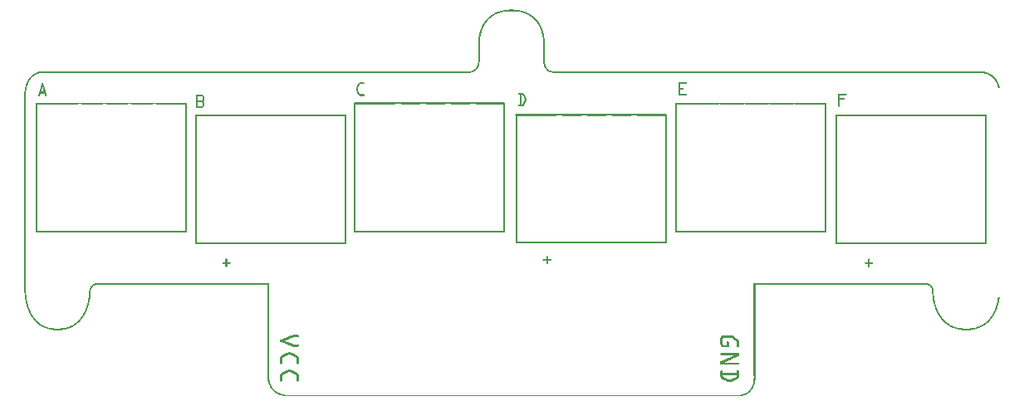
<source format=gto>
G04 MADE WITH FRITZING*
G04 WWW.FRITZING.ORG*
G04 DOUBLE SIDED*
G04 HOLES PLATED*
G04 CONTOUR ON CENTER OF CONTOUR VECTOR*
%ASAXBY*%
%FSLAX23Y23*%
%MOIN*%
%OFA0B0*%
%SFA1.0B1.0*%
%ADD10C,0.008000*%
%ADD11R,0.001000X0.001000*%
%LNSILK1*%
G90*
G70*
G54D10*
X3261Y615D02*
X3261Y1126D01*
D02*
X3261Y615D02*
X3861Y615D01*
D02*
X3861Y1126D02*
X3861Y615D01*
D02*
X2618Y661D02*
X2618Y1173D01*
D02*
X2618Y661D02*
X3218Y661D01*
D02*
X3218Y1173D02*
X3218Y661D01*
D02*
X1977Y617D02*
X1977Y1129D01*
D02*
X1977Y617D02*
X2577Y617D01*
D02*
X2577Y1129D02*
X2577Y617D01*
D02*
X1328Y662D02*
X1328Y1174D01*
D02*
X1328Y662D02*
X1928Y662D01*
D02*
X1928Y1174D02*
X1928Y662D01*
D02*
X690Y615D02*
X690Y1126D01*
D02*
X690Y615D02*
X1290Y615D01*
D02*
X1290Y1126D02*
X1290Y615D01*
D02*
X50Y662D02*
X50Y1174D01*
D02*
X50Y662D02*
X650Y662D01*
D02*
X650Y1174D02*
X650Y662D01*
G54D11*
X1950Y1552D02*
X1965Y1552D01*
X1937Y1551D02*
X1978Y1551D01*
X1930Y1550D02*
X1985Y1550D01*
X1924Y1549D02*
X1991Y1549D01*
X1919Y1548D02*
X1996Y1548D01*
X1915Y1547D02*
X2000Y1547D01*
X1912Y1546D02*
X2003Y1546D01*
X1909Y1545D02*
X1941Y1545D01*
X1974Y1545D02*
X2006Y1545D01*
X1905Y1544D02*
X1932Y1544D01*
X1983Y1544D02*
X2010Y1544D01*
X1903Y1543D02*
X1926Y1543D01*
X1989Y1543D02*
X2012Y1543D01*
X1900Y1542D02*
X1921Y1542D01*
X1994Y1542D02*
X2015Y1542D01*
X1898Y1541D02*
X1917Y1541D01*
X1998Y1541D02*
X2017Y1541D01*
X1895Y1540D02*
X1913Y1540D01*
X2002Y1540D02*
X2020Y1540D01*
X1893Y1539D02*
X1910Y1539D01*
X2005Y1539D02*
X2022Y1539D01*
X1891Y1538D02*
X1906Y1538D01*
X2009Y1538D02*
X2024Y1538D01*
X1889Y1537D02*
X1904Y1537D01*
X2011Y1537D02*
X2026Y1537D01*
X1887Y1536D02*
X1901Y1536D01*
X2014Y1536D02*
X2028Y1536D01*
X1886Y1535D02*
X1899Y1535D01*
X2016Y1535D02*
X2029Y1535D01*
X1884Y1534D02*
X1897Y1534D01*
X2018Y1534D02*
X2031Y1534D01*
X1882Y1533D02*
X1894Y1533D01*
X2021Y1533D02*
X2033Y1533D01*
X1881Y1532D02*
X1892Y1532D01*
X2023Y1532D02*
X2034Y1532D01*
X1879Y1531D02*
X1890Y1531D01*
X2025Y1531D02*
X2036Y1531D01*
X1878Y1530D02*
X1889Y1530D01*
X2026Y1530D02*
X2037Y1530D01*
X1876Y1529D02*
X1887Y1529D01*
X2028Y1529D02*
X2039Y1529D01*
X1875Y1528D02*
X1885Y1528D01*
X2030Y1528D02*
X2040Y1528D01*
X1873Y1527D02*
X1883Y1527D01*
X2032Y1527D02*
X2042Y1527D01*
X1872Y1526D02*
X1882Y1526D01*
X2033Y1526D02*
X2043Y1526D01*
X1871Y1525D02*
X1880Y1525D01*
X2035Y1525D02*
X2044Y1525D01*
X1870Y1524D02*
X1879Y1524D01*
X2036Y1524D02*
X2045Y1524D01*
X1868Y1523D02*
X1878Y1523D01*
X2037Y1523D02*
X2047Y1523D01*
X1867Y1522D02*
X1876Y1522D01*
X2039Y1522D02*
X2048Y1522D01*
X1866Y1521D02*
X1875Y1521D01*
X2040Y1521D02*
X2049Y1521D01*
X1865Y1520D02*
X1874Y1520D01*
X2041Y1520D02*
X2050Y1520D01*
X1864Y1519D02*
X1873Y1519D01*
X2042Y1519D02*
X2051Y1519D01*
X1863Y1518D02*
X1871Y1518D01*
X2044Y1518D02*
X2052Y1518D01*
X1862Y1517D02*
X1870Y1517D01*
X2045Y1517D02*
X2053Y1517D01*
X1861Y1516D02*
X1869Y1516D01*
X2046Y1516D02*
X2054Y1516D01*
X1860Y1515D02*
X1868Y1515D01*
X2047Y1515D02*
X2055Y1515D01*
X1859Y1514D02*
X1867Y1514D01*
X2048Y1514D02*
X2056Y1514D01*
X1858Y1513D02*
X1866Y1513D01*
X2049Y1513D02*
X2057Y1513D01*
X1857Y1512D02*
X1865Y1512D01*
X2050Y1512D02*
X2058Y1512D01*
X1856Y1511D02*
X1864Y1511D01*
X2051Y1511D02*
X2059Y1511D01*
X1856Y1510D02*
X1863Y1510D01*
X2052Y1510D02*
X2059Y1510D01*
X1855Y1509D02*
X1862Y1509D01*
X2053Y1509D02*
X2060Y1509D01*
X1854Y1508D02*
X1861Y1508D01*
X2054Y1508D02*
X2061Y1508D01*
X1853Y1507D02*
X1860Y1507D01*
X2055Y1507D02*
X2062Y1507D01*
X1852Y1506D02*
X1860Y1506D01*
X2055Y1506D02*
X2063Y1506D01*
X1852Y1505D02*
X1859Y1505D01*
X2056Y1505D02*
X2063Y1505D01*
X1851Y1504D02*
X1858Y1504D01*
X2057Y1504D02*
X2064Y1504D01*
X1850Y1503D02*
X1857Y1503D01*
X2058Y1503D02*
X2065Y1503D01*
X1849Y1502D02*
X1856Y1502D01*
X2059Y1502D02*
X2066Y1502D01*
X1849Y1501D02*
X1856Y1501D01*
X2059Y1501D02*
X2066Y1501D01*
X1848Y1500D02*
X1855Y1500D01*
X2060Y1500D02*
X2067Y1500D01*
X1847Y1499D02*
X1854Y1499D01*
X2061Y1499D02*
X2068Y1499D01*
X1847Y1498D02*
X1853Y1498D01*
X2062Y1498D02*
X2068Y1498D01*
X1846Y1497D02*
X1853Y1497D01*
X2062Y1497D02*
X2069Y1497D01*
X1845Y1496D02*
X1852Y1496D01*
X2063Y1496D02*
X2070Y1496D01*
X1845Y1495D02*
X1852Y1495D01*
X2064Y1495D02*
X2070Y1495D01*
X1844Y1494D02*
X1851Y1494D01*
X2064Y1494D02*
X2071Y1494D01*
X1844Y1493D02*
X1850Y1493D01*
X2065Y1493D02*
X2071Y1493D01*
X1843Y1492D02*
X1850Y1492D01*
X2065Y1492D02*
X2072Y1492D01*
X1843Y1491D02*
X1849Y1491D01*
X2066Y1491D02*
X2072Y1491D01*
X1842Y1490D02*
X1848Y1490D01*
X2067Y1490D02*
X2073Y1490D01*
X1841Y1489D02*
X1848Y1489D01*
X2067Y1489D02*
X2074Y1489D01*
X1841Y1488D02*
X1847Y1488D01*
X2068Y1488D02*
X2074Y1488D01*
X1840Y1487D02*
X1847Y1487D01*
X2068Y1487D02*
X2075Y1487D01*
X1840Y1486D02*
X1846Y1486D01*
X2069Y1486D02*
X2075Y1486D01*
X1839Y1485D02*
X1846Y1485D01*
X2069Y1485D02*
X2076Y1485D01*
X1839Y1484D02*
X1845Y1484D01*
X2070Y1484D02*
X2076Y1484D01*
X1838Y1483D02*
X1845Y1483D01*
X2070Y1483D02*
X2077Y1483D01*
X1838Y1482D02*
X1844Y1482D01*
X2071Y1482D02*
X2077Y1482D01*
X1838Y1481D02*
X1844Y1481D01*
X2071Y1481D02*
X2077Y1481D01*
X1837Y1480D02*
X1843Y1480D01*
X2072Y1480D02*
X2078Y1480D01*
X1837Y1479D02*
X1843Y1479D01*
X2072Y1479D02*
X2078Y1479D01*
X1836Y1478D02*
X1842Y1478D01*
X2073Y1478D02*
X2079Y1478D01*
X1836Y1477D02*
X1842Y1477D01*
X2073Y1477D02*
X2079Y1477D01*
X1835Y1476D02*
X1841Y1476D01*
X2074Y1476D02*
X2080Y1476D01*
X1835Y1475D02*
X1841Y1475D01*
X2074Y1475D02*
X2080Y1475D01*
X1835Y1474D02*
X1841Y1474D01*
X2074Y1474D02*
X2080Y1474D01*
X1834Y1473D02*
X1840Y1473D01*
X2075Y1473D02*
X2081Y1473D01*
X1834Y1472D02*
X1840Y1472D01*
X2075Y1472D02*
X2081Y1472D01*
X1834Y1471D02*
X1840Y1471D01*
X2075Y1471D02*
X2081Y1471D01*
X1833Y1470D02*
X1839Y1470D01*
X2076Y1470D02*
X2082Y1470D01*
X1833Y1469D02*
X1839Y1469D01*
X2076Y1469D02*
X2082Y1469D01*
X1833Y1468D02*
X1838Y1468D01*
X2077Y1468D02*
X2083Y1468D01*
X1832Y1467D02*
X1838Y1467D01*
X2077Y1467D02*
X2083Y1467D01*
X1832Y1466D02*
X1838Y1466D01*
X2077Y1466D02*
X2083Y1466D01*
X1832Y1465D02*
X1837Y1465D01*
X2078Y1465D02*
X2083Y1465D01*
X1831Y1464D02*
X1837Y1464D01*
X2078Y1464D02*
X2084Y1464D01*
X1831Y1463D02*
X1837Y1463D01*
X2078Y1463D02*
X2084Y1463D01*
X1831Y1462D02*
X1836Y1462D01*
X2079Y1462D02*
X2084Y1462D01*
X1830Y1461D02*
X1836Y1461D01*
X2079Y1461D02*
X2085Y1461D01*
X1830Y1460D02*
X1836Y1460D01*
X2079Y1460D02*
X2085Y1460D01*
X1830Y1459D02*
X1836Y1459D01*
X2079Y1459D02*
X2085Y1459D01*
X1830Y1458D02*
X1835Y1458D01*
X2080Y1458D02*
X2085Y1458D01*
X1829Y1457D02*
X1835Y1457D01*
X2080Y1457D02*
X2086Y1457D01*
X1829Y1456D02*
X1835Y1456D01*
X2080Y1456D02*
X2086Y1456D01*
X1829Y1455D02*
X1834Y1455D01*
X2081Y1455D02*
X2086Y1455D01*
X1829Y1454D02*
X1834Y1454D01*
X2081Y1454D02*
X2086Y1454D01*
X1828Y1453D02*
X1834Y1453D01*
X2081Y1453D02*
X2087Y1453D01*
X1828Y1452D02*
X1834Y1452D01*
X2081Y1452D02*
X2087Y1452D01*
X1828Y1451D02*
X1834Y1451D01*
X2081Y1451D02*
X2087Y1451D01*
X1828Y1450D02*
X1833Y1450D01*
X2082Y1450D02*
X2087Y1450D01*
X1828Y1449D02*
X1833Y1449D01*
X2082Y1449D02*
X2088Y1449D01*
X1827Y1448D02*
X1833Y1448D01*
X2082Y1448D02*
X2088Y1448D01*
X1827Y1447D02*
X1833Y1447D01*
X2082Y1447D02*
X2088Y1447D01*
X1827Y1446D02*
X1833Y1446D01*
X2082Y1446D02*
X2088Y1446D01*
X1827Y1445D02*
X1832Y1445D01*
X2083Y1445D02*
X2088Y1445D01*
X1827Y1444D02*
X1832Y1444D01*
X2083Y1444D02*
X2088Y1444D01*
X1826Y1443D02*
X1832Y1443D01*
X2083Y1443D02*
X2089Y1443D01*
X1826Y1442D02*
X1832Y1442D01*
X2083Y1442D02*
X2089Y1442D01*
X1826Y1441D02*
X1832Y1441D01*
X2083Y1441D02*
X2089Y1441D01*
X1826Y1440D02*
X1832Y1440D01*
X2083Y1440D02*
X2089Y1440D01*
X1826Y1439D02*
X1831Y1439D01*
X2084Y1439D02*
X2089Y1439D01*
X1826Y1438D02*
X1831Y1438D01*
X2084Y1438D02*
X2089Y1438D01*
X1826Y1437D02*
X1831Y1437D01*
X2084Y1437D02*
X2089Y1437D01*
X1825Y1436D02*
X1831Y1436D01*
X2084Y1436D02*
X2090Y1436D01*
X1825Y1435D02*
X1831Y1435D01*
X2084Y1435D02*
X2090Y1435D01*
X1825Y1434D02*
X1831Y1434D01*
X2084Y1434D02*
X2090Y1434D01*
X1825Y1433D02*
X1831Y1433D01*
X2084Y1433D02*
X2090Y1433D01*
X1825Y1432D02*
X1831Y1432D01*
X2084Y1432D02*
X2090Y1432D01*
X1825Y1431D02*
X1830Y1431D01*
X2085Y1431D02*
X2090Y1431D01*
X1825Y1430D02*
X1830Y1430D01*
X2085Y1430D02*
X2090Y1430D01*
X1825Y1429D02*
X1830Y1429D01*
X2085Y1429D02*
X2090Y1429D01*
X1825Y1428D02*
X1830Y1428D01*
X2085Y1428D02*
X2090Y1428D01*
X1825Y1427D02*
X1830Y1427D01*
X2085Y1427D02*
X2090Y1427D01*
X1825Y1426D02*
X1830Y1426D01*
X2085Y1426D02*
X2090Y1426D01*
X1825Y1425D02*
X1830Y1425D01*
X2085Y1425D02*
X2090Y1425D01*
X1825Y1424D02*
X1830Y1424D01*
X2085Y1424D02*
X2090Y1424D01*
X1825Y1423D02*
X1830Y1423D01*
X2085Y1423D02*
X2090Y1423D01*
X1825Y1422D02*
X1830Y1422D01*
X2085Y1422D02*
X2090Y1422D01*
X1825Y1421D02*
X1830Y1421D01*
X2085Y1421D02*
X2090Y1421D01*
X1825Y1420D02*
X1830Y1420D01*
X2085Y1420D02*
X2090Y1420D01*
X1825Y1419D02*
X1830Y1419D01*
X2085Y1419D02*
X2090Y1419D01*
X1825Y1418D02*
X1830Y1418D01*
X2085Y1418D02*
X2090Y1418D01*
X1825Y1417D02*
X1830Y1417D01*
X2085Y1417D02*
X2090Y1417D01*
X1825Y1416D02*
X1830Y1416D01*
X2085Y1416D02*
X2090Y1416D01*
X1825Y1415D02*
X1830Y1415D01*
X2085Y1415D02*
X2090Y1415D01*
X1825Y1414D02*
X1830Y1414D01*
X2085Y1414D02*
X2090Y1414D01*
X1825Y1413D02*
X1830Y1413D01*
X2085Y1413D02*
X2090Y1413D01*
X1825Y1412D02*
X1830Y1412D01*
X2085Y1412D02*
X2090Y1412D01*
X1825Y1411D02*
X1830Y1411D01*
X2085Y1411D02*
X2090Y1411D01*
X1825Y1410D02*
X1830Y1410D01*
X2085Y1410D02*
X2090Y1410D01*
X1825Y1409D02*
X1830Y1409D01*
X2085Y1409D02*
X2090Y1409D01*
X1825Y1408D02*
X1830Y1408D01*
X2085Y1408D02*
X2090Y1408D01*
X1825Y1407D02*
X1830Y1407D01*
X2085Y1407D02*
X2090Y1407D01*
X1825Y1406D02*
X1830Y1406D01*
X2085Y1406D02*
X2090Y1406D01*
X1825Y1405D02*
X1830Y1405D01*
X2085Y1405D02*
X2090Y1405D01*
X1825Y1404D02*
X1830Y1404D01*
X2085Y1404D02*
X2090Y1404D01*
X1825Y1403D02*
X1830Y1403D01*
X2085Y1403D02*
X2090Y1403D01*
X1825Y1402D02*
X1830Y1402D01*
X2085Y1402D02*
X2090Y1402D01*
X1825Y1401D02*
X1830Y1401D01*
X2085Y1401D02*
X2090Y1401D01*
X1825Y1400D02*
X1830Y1400D01*
X2085Y1400D02*
X2090Y1400D01*
X1825Y1399D02*
X1830Y1399D01*
X2085Y1399D02*
X2090Y1399D01*
X1825Y1398D02*
X1830Y1398D01*
X2085Y1398D02*
X2090Y1398D01*
X1825Y1397D02*
X1830Y1397D01*
X2085Y1397D02*
X2090Y1397D01*
X1825Y1396D02*
X1830Y1396D01*
X2085Y1396D02*
X2090Y1396D01*
X1825Y1395D02*
X1830Y1395D01*
X2085Y1395D02*
X2090Y1395D01*
X1825Y1394D02*
X1830Y1394D01*
X2085Y1394D02*
X2090Y1394D01*
X1825Y1393D02*
X1830Y1393D01*
X2085Y1393D02*
X2090Y1393D01*
X1825Y1392D02*
X1830Y1392D01*
X2085Y1392D02*
X2090Y1392D01*
X1825Y1391D02*
X1830Y1391D01*
X2085Y1391D02*
X2090Y1391D01*
X1825Y1390D02*
X1830Y1390D01*
X2085Y1390D02*
X2090Y1390D01*
X1825Y1389D02*
X1830Y1389D01*
X2085Y1389D02*
X2090Y1389D01*
X1825Y1388D02*
X1830Y1388D01*
X2085Y1388D02*
X2090Y1388D01*
X1825Y1387D02*
X1830Y1387D01*
X2085Y1387D02*
X2090Y1387D01*
X1825Y1386D02*
X1830Y1386D01*
X2085Y1386D02*
X2090Y1386D01*
X1825Y1385D02*
X1830Y1385D01*
X2085Y1385D02*
X2090Y1385D01*
X1825Y1384D02*
X1830Y1384D01*
X2085Y1384D02*
X2090Y1384D01*
X1825Y1383D02*
X1830Y1383D01*
X2085Y1383D02*
X2090Y1383D01*
X1825Y1382D02*
X1830Y1382D01*
X2085Y1382D02*
X2090Y1382D01*
X1825Y1381D02*
X1830Y1381D01*
X2085Y1381D02*
X2090Y1381D01*
X1825Y1380D02*
X1830Y1380D01*
X2085Y1380D02*
X2090Y1380D01*
X1825Y1379D02*
X1830Y1379D01*
X2085Y1379D02*
X2090Y1379D01*
X1825Y1378D02*
X1830Y1378D01*
X2085Y1378D02*
X2090Y1378D01*
X1825Y1377D02*
X1830Y1377D01*
X2085Y1377D02*
X2090Y1377D01*
X1825Y1376D02*
X1830Y1376D01*
X2085Y1376D02*
X2090Y1376D01*
X1825Y1375D02*
X1830Y1375D01*
X2085Y1375D02*
X2090Y1375D01*
X1825Y1374D02*
X1830Y1374D01*
X2085Y1374D02*
X2090Y1374D01*
X1825Y1373D02*
X1830Y1373D01*
X2085Y1373D02*
X2090Y1373D01*
X1825Y1372D02*
X1830Y1372D01*
X2085Y1372D02*
X2090Y1372D01*
X1825Y1371D02*
X1830Y1371D01*
X2085Y1371D02*
X2090Y1371D01*
X1825Y1370D02*
X1830Y1370D01*
X2085Y1370D02*
X2090Y1370D01*
X1825Y1369D02*
X1830Y1369D01*
X2085Y1369D02*
X2090Y1369D01*
X1825Y1368D02*
X1830Y1368D01*
X2085Y1368D02*
X2090Y1368D01*
X1825Y1367D02*
X1830Y1367D01*
X2085Y1367D02*
X2090Y1367D01*
X1825Y1366D02*
X1830Y1366D01*
X2085Y1366D02*
X2090Y1366D01*
X1825Y1365D02*
X1830Y1365D01*
X2085Y1365D02*
X2090Y1365D01*
X1825Y1364D02*
X1830Y1364D01*
X2085Y1364D02*
X2090Y1364D01*
X1825Y1363D02*
X1830Y1363D01*
X2085Y1363D02*
X2090Y1363D01*
X1825Y1362D02*
X1830Y1362D01*
X2085Y1362D02*
X2090Y1362D01*
X1825Y1361D02*
X1830Y1361D01*
X2085Y1361D02*
X2090Y1361D01*
X1825Y1360D02*
X1830Y1360D01*
X2085Y1360D02*
X2090Y1360D01*
X1825Y1359D02*
X1830Y1359D01*
X2085Y1359D02*
X2090Y1359D01*
X1825Y1358D02*
X1830Y1358D01*
X2085Y1358D02*
X2090Y1358D01*
X1825Y1357D02*
X1830Y1357D01*
X2085Y1357D02*
X2090Y1357D01*
X1825Y1356D02*
X1830Y1356D01*
X2085Y1356D02*
X2090Y1356D01*
X1825Y1355D02*
X1830Y1355D01*
X2085Y1355D02*
X2090Y1355D01*
X1825Y1354D02*
X1830Y1354D01*
X2085Y1354D02*
X2090Y1354D01*
X1825Y1353D02*
X1830Y1353D01*
X2085Y1353D02*
X2090Y1353D01*
X1825Y1352D02*
X1830Y1352D01*
X2085Y1352D02*
X2090Y1352D01*
X1825Y1351D02*
X1830Y1351D01*
X2085Y1351D02*
X2090Y1351D01*
X1825Y1350D02*
X1830Y1350D01*
X2085Y1350D02*
X2090Y1350D01*
X1825Y1349D02*
X1830Y1349D01*
X2085Y1349D02*
X2090Y1349D01*
X1825Y1348D02*
X1830Y1348D01*
X2085Y1348D02*
X2090Y1348D01*
X1825Y1347D02*
X1830Y1347D01*
X2085Y1347D02*
X2090Y1347D01*
X1825Y1346D02*
X1830Y1346D01*
X2085Y1346D02*
X2090Y1346D01*
X1824Y1345D02*
X1830Y1345D01*
X2085Y1345D02*
X2090Y1345D01*
X1824Y1344D02*
X1830Y1344D01*
X2085Y1344D02*
X2091Y1344D01*
X1824Y1343D02*
X1830Y1343D01*
X2085Y1343D02*
X2091Y1343D01*
X1824Y1342D02*
X1830Y1342D01*
X2085Y1342D02*
X2091Y1342D01*
X1824Y1341D02*
X1830Y1341D01*
X2085Y1341D02*
X2091Y1341D01*
X1824Y1340D02*
X1830Y1340D01*
X2085Y1340D02*
X2091Y1340D01*
X1824Y1339D02*
X1829Y1339D01*
X2085Y1339D02*
X2091Y1339D01*
X1824Y1338D02*
X1829Y1338D01*
X2086Y1338D02*
X2091Y1338D01*
X1823Y1337D02*
X1829Y1337D01*
X2086Y1337D02*
X2091Y1337D01*
X1823Y1336D02*
X1829Y1336D01*
X2086Y1336D02*
X2092Y1336D01*
X1823Y1335D02*
X1829Y1335D01*
X2086Y1335D02*
X2092Y1335D01*
X1823Y1334D02*
X1828Y1334D01*
X2086Y1334D02*
X2092Y1334D01*
X1822Y1333D02*
X1828Y1333D01*
X2087Y1333D02*
X2092Y1333D01*
X1822Y1332D02*
X1828Y1332D01*
X2087Y1332D02*
X2093Y1332D01*
X1822Y1331D02*
X1828Y1331D01*
X2087Y1331D02*
X2093Y1331D01*
X1822Y1330D02*
X1827Y1330D01*
X2087Y1330D02*
X2093Y1330D01*
X1821Y1329D02*
X1827Y1329D01*
X2088Y1329D02*
X2094Y1329D01*
X1821Y1328D02*
X1827Y1328D01*
X2088Y1328D02*
X2094Y1328D01*
X1820Y1327D02*
X1826Y1327D01*
X2088Y1327D02*
X2094Y1327D01*
X1820Y1326D02*
X1826Y1326D01*
X2089Y1326D02*
X2095Y1326D01*
X1820Y1325D02*
X1826Y1325D01*
X2089Y1325D02*
X2095Y1325D01*
X1819Y1324D02*
X1825Y1324D01*
X2089Y1324D02*
X2096Y1324D01*
X1819Y1323D02*
X1825Y1323D01*
X2090Y1323D02*
X2096Y1323D01*
X1818Y1322D02*
X1824Y1322D01*
X2090Y1322D02*
X2097Y1322D01*
X1818Y1321D02*
X1824Y1321D01*
X2091Y1321D02*
X2097Y1321D01*
X1817Y1320D02*
X1823Y1320D01*
X2091Y1320D02*
X2098Y1320D01*
X1816Y1319D02*
X1823Y1319D01*
X2092Y1319D02*
X2098Y1319D01*
X1816Y1318D02*
X1822Y1318D01*
X2092Y1318D02*
X2099Y1318D01*
X1815Y1317D02*
X1822Y1317D01*
X2093Y1317D02*
X2100Y1317D01*
X1814Y1316D02*
X1821Y1316D01*
X2094Y1316D02*
X2101Y1316D01*
X1813Y1315D02*
X1820Y1315D01*
X2094Y1315D02*
X2102Y1315D01*
X1812Y1314D02*
X1820Y1314D01*
X2095Y1314D02*
X2102Y1314D01*
X1811Y1313D02*
X1819Y1313D01*
X2096Y1313D02*
X2104Y1313D01*
X1810Y1312D02*
X1818Y1312D01*
X2097Y1312D02*
X2105Y1312D01*
X1809Y1311D02*
X1817Y1311D01*
X2098Y1311D02*
X2106Y1311D01*
X1807Y1310D02*
X1816Y1310D01*
X2099Y1310D02*
X2108Y1310D01*
X1806Y1309D02*
X1815Y1309D01*
X2100Y1309D02*
X2109Y1309D01*
X1803Y1308D02*
X1814Y1308D01*
X2101Y1308D02*
X2111Y1308D01*
X1801Y1307D02*
X1813Y1307D01*
X2102Y1307D02*
X2114Y1307D01*
X1797Y1306D02*
X1812Y1306D01*
X2103Y1306D02*
X2118Y1306D01*
X80Y1305D02*
X1810Y1305D01*
X2105Y1305D02*
X3840Y1305D01*
X69Y1304D02*
X1808Y1304D01*
X2106Y1304D02*
X3848Y1304D01*
X64Y1303D02*
X1807Y1303D01*
X2108Y1303D02*
X3853Y1303D01*
X60Y1302D02*
X1805Y1302D01*
X2110Y1302D02*
X3858Y1302D01*
X57Y1301D02*
X1802Y1301D01*
X2113Y1301D02*
X3861Y1301D01*
X54Y1300D02*
X1799Y1300D01*
X2116Y1300D02*
X3864Y1300D01*
X51Y1299D02*
X1793Y1299D01*
X2122Y1299D02*
X3867Y1299D01*
X49Y1298D02*
X72Y1298D01*
X3846Y1298D02*
X3870Y1298D01*
X47Y1297D02*
X66Y1297D01*
X3851Y1297D02*
X3872Y1297D01*
X45Y1296D02*
X62Y1296D01*
X3856Y1296D02*
X3874Y1296D01*
X43Y1295D02*
X58Y1295D01*
X3859Y1295D02*
X3876Y1295D01*
X42Y1294D02*
X55Y1294D01*
X3863Y1294D02*
X3878Y1294D01*
X40Y1293D02*
X53Y1293D01*
X3865Y1293D02*
X3879Y1293D01*
X39Y1292D02*
X50Y1292D01*
X3868Y1292D02*
X3881Y1292D01*
X37Y1291D02*
X48Y1291D01*
X3870Y1291D02*
X3883Y1291D01*
X36Y1290D02*
X46Y1290D01*
X3872Y1290D02*
X3884Y1290D01*
X35Y1289D02*
X45Y1289D01*
X3874Y1289D02*
X3886Y1289D01*
X33Y1288D02*
X43Y1288D01*
X3876Y1288D02*
X3887Y1288D01*
X32Y1287D02*
X42Y1287D01*
X3878Y1287D02*
X3888Y1287D01*
X31Y1286D02*
X40Y1286D01*
X3879Y1286D02*
X3890Y1286D01*
X30Y1285D02*
X39Y1285D01*
X3881Y1285D02*
X3891Y1285D01*
X29Y1284D02*
X38Y1284D01*
X3883Y1284D02*
X3892Y1284D01*
X28Y1283D02*
X36Y1283D01*
X3884Y1283D02*
X3893Y1283D01*
X27Y1282D02*
X35Y1282D01*
X3885Y1282D02*
X3894Y1282D01*
X26Y1281D02*
X34Y1281D01*
X3887Y1281D02*
X3895Y1281D01*
X25Y1280D02*
X33Y1280D01*
X3888Y1280D02*
X3896Y1280D01*
X25Y1279D02*
X32Y1279D01*
X3889Y1279D02*
X3897Y1279D01*
X24Y1278D02*
X31Y1278D01*
X3890Y1278D02*
X3898Y1278D01*
X23Y1277D02*
X30Y1277D01*
X3891Y1277D02*
X3899Y1277D01*
X22Y1276D02*
X29Y1276D01*
X3892Y1276D02*
X3900Y1276D01*
X21Y1275D02*
X29Y1275D01*
X3893Y1275D02*
X3900Y1275D01*
X21Y1274D02*
X28Y1274D01*
X3894Y1274D02*
X3901Y1274D01*
X20Y1273D02*
X27Y1273D01*
X3895Y1273D02*
X3902Y1273D01*
X19Y1272D02*
X26Y1272D01*
X3896Y1272D02*
X3903Y1272D01*
X19Y1271D02*
X26Y1271D01*
X3897Y1271D02*
X3903Y1271D01*
X18Y1270D02*
X25Y1270D01*
X3897Y1270D02*
X3904Y1270D01*
X18Y1269D02*
X24Y1269D01*
X3898Y1269D02*
X3905Y1269D01*
X17Y1268D02*
X24Y1268D01*
X3899Y1268D02*
X3905Y1268D01*
X16Y1267D02*
X23Y1267D01*
X3900Y1267D02*
X3906Y1267D01*
X16Y1266D02*
X22Y1266D01*
X3900Y1266D02*
X3907Y1266D01*
X15Y1265D02*
X22Y1265D01*
X3901Y1265D02*
X3907Y1265D01*
X15Y1264D02*
X21Y1264D01*
X3901Y1264D02*
X3908Y1264D01*
X14Y1263D02*
X21Y1263D01*
X3902Y1263D02*
X3908Y1263D01*
X14Y1262D02*
X20Y1262D01*
X3903Y1262D02*
X3909Y1262D01*
X13Y1261D02*
X20Y1261D01*
X2629Y1261D02*
X2661Y1261D01*
X3903Y1261D02*
X3909Y1261D01*
X13Y1260D02*
X19Y1260D01*
X2629Y1260D02*
X2662Y1260D01*
X3904Y1260D02*
X3910Y1260D01*
X12Y1259D02*
X19Y1259D01*
X1350Y1259D02*
X1365Y1259D01*
X2629Y1259D02*
X2662Y1259D01*
X3904Y1259D02*
X3910Y1259D01*
X12Y1258D02*
X18Y1258D01*
X1347Y1258D02*
X1366Y1258D01*
X2629Y1258D02*
X2662Y1258D01*
X3905Y1258D02*
X3911Y1258D01*
X12Y1257D02*
X18Y1257D01*
X74Y1257D02*
X77Y1257D01*
X1345Y1257D02*
X1367Y1257D01*
X2629Y1257D02*
X2662Y1257D01*
X3905Y1257D02*
X3911Y1257D01*
X11Y1256D02*
X17Y1256D01*
X73Y1256D02*
X78Y1256D01*
X1344Y1256D02*
X1367Y1256D01*
X2629Y1256D02*
X2661Y1256D01*
X3906Y1256D02*
X3911Y1256D01*
X11Y1255D02*
X17Y1255D01*
X73Y1255D02*
X78Y1255D01*
X1343Y1255D02*
X1367Y1255D01*
X2629Y1255D02*
X2660Y1255D01*
X3906Y1255D02*
X3912Y1255D01*
X10Y1254D02*
X16Y1254D01*
X72Y1254D02*
X79Y1254D01*
X1343Y1254D02*
X1367Y1254D01*
X2629Y1254D02*
X2635Y1254D01*
X3906Y1254D02*
X3912Y1254D01*
X10Y1253D02*
X16Y1253D01*
X72Y1253D02*
X79Y1253D01*
X1342Y1253D02*
X1366Y1253D01*
X2629Y1253D02*
X2635Y1253D01*
X3907Y1253D02*
X3913Y1253D01*
X10Y1252D02*
X16Y1252D01*
X72Y1252D02*
X79Y1252D01*
X1341Y1252D02*
X1349Y1252D01*
X2629Y1252D02*
X2635Y1252D01*
X3907Y1252D02*
X3913Y1252D01*
X9Y1251D02*
X15Y1251D01*
X71Y1251D02*
X79Y1251D01*
X1341Y1251D02*
X1348Y1251D01*
X2629Y1251D02*
X2635Y1251D01*
X3908Y1251D02*
X3913Y1251D01*
X9Y1250D02*
X15Y1250D01*
X71Y1250D02*
X80Y1250D01*
X1340Y1250D02*
X1347Y1250D01*
X2629Y1250D02*
X2635Y1250D01*
X3908Y1250D02*
X3914Y1250D01*
X9Y1249D02*
X15Y1249D01*
X71Y1249D02*
X80Y1249D01*
X1340Y1249D02*
X1347Y1249D01*
X2629Y1249D02*
X2635Y1249D01*
X3908Y1249D02*
X3914Y1249D01*
X8Y1248D02*
X14Y1248D01*
X70Y1248D02*
X80Y1248D01*
X1340Y1248D02*
X1346Y1248D01*
X2629Y1248D02*
X2635Y1248D01*
X3909Y1248D02*
X3914Y1248D01*
X8Y1247D02*
X14Y1247D01*
X70Y1247D02*
X81Y1247D01*
X1339Y1247D02*
X1346Y1247D01*
X2629Y1247D02*
X2635Y1247D01*
X3909Y1247D02*
X3914Y1247D01*
X8Y1246D02*
X14Y1246D01*
X70Y1246D02*
X81Y1246D01*
X1339Y1246D02*
X1345Y1246D01*
X2629Y1246D02*
X2635Y1246D01*
X3909Y1246D02*
X3915Y1246D01*
X7Y1245D02*
X13Y1245D01*
X70Y1245D02*
X81Y1245D01*
X1338Y1245D02*
X1345Y1245D01*
X2629Y1245D02*
X2635Y1245D01*
X3909Y1245D02*
X3915Y1245D01*
X7Y1244D02*
X13Y1244D01*
X69Y1244D02*
X82Y1244D01*
X1338Y1244D02*
X1344Y1244D01*
X2629Y1244D02*
X2635Y1244D01*
X3910Y1244D02*
X3915Y1244D01*
X7Y1243D02*
X13Y1243D01*
X69Y1243D02*
X82Y1243D01*
X1337Y1243D02*
X1344Y1243D01*
X2629Y1243D02*
X2635Y1243D01*
X3910Y1243D02*
X3915Y1243D01*
X7Y1242D02*
X12Y1242D01*
X69Y1242D02*
X82Y1242D01*
X1337Y1242D02*
X1343Y1242D01*
X2629Y1242D02*
X2635Y1242D01*
X3910Y1242D02*
X3916Y1242D01*
X7Y1241D02*
X12Y1241D01*
X68Y1241D02*
X82Y1241D01*
X1336Y1241D02*
X1343Y1241D01*
X2629Y1241D02*
X2635Y1241D01*
X3910Y1241D02*
X3916Y1241D01*
X6Y1240D02*
X12Y1240D01*
X68Y1240D02*
X74Y1240D01*
X76Y1240D02*
X83Y1240D01*
X1336Y1240D02*
X1342Y1240D01*
X2629Y1240D02*
X2635Y1240D01*
X3911Y1240D02*
X3916Y1240D01*
X6Y1239D02*
X12Y1239D01*
X68Y1239D02*
X74Y1239D01*
X77Y1239D02*
X83Y1239D01*
X1335Y1239D02*
X1342Y1239D01*
X2629Y1239D02*
X2635Y1239D01*
X3911Y1239D02*
X3916Y1239D01*
X6Y1238D02*
X11Y1238D01*
X68Y1238D02*
X74Y1238D01*
X77Y1238D02*
X83Y1238D01*
X1335Y1238D02*
X1341Y1238D01*
X2629Y1238D02*
X2646Y1238D01*
X3911Y1238D02*
X3916Y1238D01*
X6Y1237D02*
X11Y1237D01*
X67Y1237D02*
X74Y1237D01*
X77Y1237D02*
X84Y1237D01*
X1334Y1237D02*
X1341Y1237D01*
X2629Y1237D02*
X2648Y1237D01*
X5Y1236D02*
X11Y1236D01*
X67Y1236D02*
X73Y1236D01*
X78Y1236D02*
X84Y1236D01*
X1334Y1236D02*
X1340Y1236D01*
X2629Y1236D02*
X2648Y1236D01*
X5Y1235D02*
X11Y1235D01*
X67Y1235D02*
X73Y1235D01*
X78Y1235D02*
X84Y1235D01*
X1334Y1235D02*
X1340Y1235D01*
X2629Y1235D02*
X2648Y1235D01*
X5Y1234D02*
X11Y1234D01*
X66Y1234D02*
X73Y1234D01*
X78Y1234D02*
X84Y1234D01*
X1334Y1234D02*
X1340Y1234D01*
X2629Y1234D02*
X2648Y1234D01*
X5Y1233D02*
X10Y1233D01*
X66Y1233D02*
X72Y1233D01*
X78Y1233D02*
X85Y1233D01*
X1334Y1233D02*
X1340Y1233D01*
X2629Y1233D02*
X2648Y1233D01*
X5Y1232D02*
X10Y1232D01*
X66Y1232D02*
X72Y1232D01*
X79Y1232D02*
X85Y1232D01*
X1334Y1232D02*
X1340Y1232D01*
X2629Y1232D02*
X2647Y1232D01*
X5Y1231D02*
X10Y1231D01*
X66Y1231D02*
X72Y1231D01*
X79Y1231D02*
X85Y1231D01*
X1334Y1231D02*
X1340Y1231D01*
X2629Y1231D02*
X2635Y1231D01*
X4Y1230D02*
X10Y1230D01*
X65Y1230D02*
X72Y1230D01*
X79Y1230D02*
X86Y1230D01*
X1334Y1230D02*
X1340Y1230D01*
X2629Y1230D02*
X2635Y1230D01*
X4Y1229D02*
X10Y1229D01*
X65Y1229D02*
X71Y1229D01*
X80Y1229D02*
X86Y1229D01*
X1334Y1229D02*
X1340Y1229D01*
X2629Y1229D02*
X2635Y1229D01*
X4Y1228D02*
X10Y1228D01*
X65Y1228D02*
X71Y1228D01*
X80Y1228D02*
X86Y1228D01*
X1334Y1228D02*
X1341Y1228D01*
X2629Y1228D02*
X2635Y1228D01*
X4Y1227D02*
X10Y1227D01*
X64Y1227D02*
X71Y1227D01*
X80Y1227D02*
X86Y1227D01*
X1335Y1227D02*
X1341Y1227D01*
X2629Y1227D02*
X2635Y1227D01*
X4Y1226D02*
X9Y1226D01*
X64Y1226D02*
X70Y1226D01*
X80Y1226D02*
X87Y1226D01*
X1335Y1226D02*
X1342Y1226D01*
X2629Y1226D02*
X2635Y1226D01*
X4Y1225D02*
X9Y1225D01*
X64Y1225D02*
X70Y1225D01*
X81Y1225D02*
X87Y1225D01*
X1335Y1225D02*
X1342Y1225D01*
X2629Y1225D02*
X2635Y1225D01*
X4Y1224D02*
X9Y1224D01*
X63Y1224D02*
X70Y1224D01*
X81Y1224D02*
X87Y1224D01*
X1336Y1224D02*
X1343Y1224D01*
X2629Y1224D02*
X2635Y1224D01*
X4Y1223D02*
X9Y1223D01*
X63Y1223D02*
X69Y1223D01*
X81Y1223D02*
X88Y1223D01*
X1336Y1223D02*
X1343Y1223D01*
X2629Y1223D02*
X2635Y1223D01*
X3Y1222D02*
X9Y1222D01*
X63Y1222D02*
X88Y1222D01*
X1337Y1222D02*
X1344Y1222D01*
X2629Y1222D02*
X2635Y1222D01*
X3Y1221D02*
X9Y1221D01*
X63Y1221D02*
X88Y1221D01*
X1337Y1221D02*
X1344Y1221D01*
X2629Y1221D02*
X2635Y1221D01*
X3Y1220D02*
X9Y1220D01*
X62Y1220D02*
X89Y1220D01*
X1338Y1220D02*
X1345Y1220D01*
X2629Y1220D02*
X2635Y1220D01*
X3Y1219D02*
X9Y1219D01*
X62Y1219D02*
X89Y1219D01*
X1338Y1219D02*
X1345Y1219D01*
X2629Y1219D02*
X2635Y1219D01*
X3Y1218D02*
X9Y1218D01*
X62Y1218D02*
X89Y1218D01*
X1339Y1218D02*
X1346Y1218D01*
X2629Y1218D02*
X2635Y1218D01*
X3Y1217D02*
X9Y1217D01*
X61Y1217D02*
X89Y1217D01*
X1339Y1217D02*
X1346Y1217D01*
X1985Y1217D02*
X2003Y1217D01*
X2629Y1217D02*
X2635Y1217D01*
X3Y1216D02*
X9Y1216D01*
X61Y1216D02*
X90Y1216D01*
X1340Y1216D02*
X1347Y1216D01*
X1984Y1216D02*
X2005Y1216D01*
X2629Y1216D02*
X2635Y1216D01*
X3Y1215D02*
X9Y1215D01*
X61Y1215D02*
X67Y1215D01*
X84Y1215D02*
X90Y1215D01*
X1340Y1215D02*
X1347Y1215D01*
X1984Y1215D02*
X2006Y1215D01*
X2629Y1215D02*
X2635Y1215D01*
X3269Y1215D02*
X3301Y1215D01*
X3Y1214D02*
X9Y1214D01*
X61Y1214D02*
X67Y1214D01*
X84Y1214D02*
X90Y1214D01*
X1341Y1214D02*
X1348Y1214D01*
X1984Y1214D02*
X2007Y1214D01*
X2629Y1214D02*
X2661Y1214D01*
X3269Y1214D02*
X3302Y1214D01*
X3Y1213D02*
X9Y1213D01*
X60Y1213D02*
X67Y1213D01*
X84Y1213D02*
X91Y1213D01*
X1341Y1213D02*
X1348Y1213D01*
X1984Y1213D02*
X2008Y1213D01*
X2629Y1213D02*
X2662Y1213D01*
X3269Y1213D02*
X3303Y1213D01*
X3Y1212D02*
X9Y1212D01*
X60Y1212D02*
X66Y1212D01*
X85Y1212D02*
X91Y1212D01*
X1342Y1212D02*
X1364Y1212D01*
X1985Y1212D02*
X2009Y1212D01*
X2629Y1212D02*
X2662Y1212D01*
X3269Y1212D02*
X3303Y1212D01*
X3Y1211D02*
X9Y1211D01*
X60Y1211D02*
X66Y1211D01*
X85Y1211D02*
X91Y1211D01*
X1342Y1211D02*
X1366Y1211D01*
X1987Y1211D02*
X2009Y1211D01*
X2629Y1211D02*
X2662Y1211D01*
X3269Y1211D02*
X3303Y1211D01*
X3Y1210D02*
X9Y1210D01*
X59Y1210D02*
X66Y1210D01*
X85Y1210D02*
X91Y1210D01*
X692Y1210D02*
X715Y1210D01*
X1343Y1210D02*
X1367Y1210D01*
X1991Y1210D02*
X1997Y1210D01*
X2003Y1210D02*
X2010Y1210D01*
X2629Y1210D02*
X2662Y1210D01*
X3269Y1210D02*
X3302Y1210D01*
X3Y1209D02*
X9Y1209D01*
X59Y1209D02*
X65Y1209D01*
X85Y1209D02*
X92Y1209D01*
X692Y1209D02*
X718Y1209D01*
X1344Y1209D02*
X1367Y1209D01*
X1991Y1209D02*
X1997Y1209D01*
X2003Y1209D02*
X2010Y1209D01*
X2629Y1209D02*
X2662Y1209D01*
X3269Y1209D02*
X3301Y1209D01*
X3Y1208D02*
X9Y1208D01*
X59Y1208D02*
X65Y1208D01*
X86Y1208D02*
X92Y1208D01*
X692Y1208D02*
X719Y1208D01*
X1345Y1208D02*
X1367Y1208D01*
X1991Y1208D02*
X1997Y1208D01*
X2004Y1208D02*
X2011Y1208D01*
X2629Y1208D02*
X2660Y1208D01*
X3269Y1208D02*
X3275Y1208D01*
X3Y1207D02*
X9Y1207D01*
X59Y1207D02*
X65Y1207D01*
X86Y1207D02*
X92Y1207D01*
X692Y1207D02*
X721Y1207D01*
X1346Y1207D02*
X1367Y1207D01*
X1991Y1207D02*
X1997Y1207D01*
X2004Y1207D02*
X2011Y1207D01*
X3269Y1207D02*
X3275Y1207D01*
X3Y1206D02*
X9Y1206D01*
X59Y1206D02*
X64Y1206D01*
X86Y1206D02*
X92Y1206D01*
X692Y1206D02*
X722Y1206D01*
X1348Y1206D02*
X1366Y1206D01*
X1991Y1206D02*
X1997Y1206D01*
X2005Y1206D02*
X2012Y1206D01*
X3269Y1206D02*
X3275Y1206D01*
X3Y1205D02*
X9Y1205D01*
X59Y1205D02*
X64Y1205D01*
X87Y1205D02*
X92Y1205D01*
X692Y1205D02*
X722Y1205D01*
X1991Y1205D02*
X1997Y1205D01*
X2005Y1205D02*
X2012Y1205D01*
X3269Y1205D02*
X3275Y1205D01*
X3Y1204D02*
X9Y1204D01*
X60Y1204D02*
X63Y1204D01*
X88Y1204D02*
X91Y1204D01*
X692Y1204D02*
X723Y1204D01*
X1991Y1204D02*
X1997Y1204D01*
X2006Y1204D02*
X2013Y1204D01*
X3269Y1204D02*
X3275Y1204D01*
X3Y1203D02*
X9Y1203D01*
X692Y1203D02*
X698Y1203D01*
X715Y1203D02*
X724Y1203D01*
X1991Y1203D02*
X1997Y1203D01*
X2006Y1203D02*
X2013Y1203D01*
X3269Y1203D02*
X3275Y1203D01*
X3Y1202D02*
X9Y1202D01*
X692Y1202D02*
X698Y1202D01*
X717Y1202D02*
X724Y1202D01*
X1991Y1202D02*
X1997Y1202D01*
X2007Y1202D02*
X2014Y1202D01*
X3269Y1202D02*
X3275Y1202D01*
X3Y1201D02*
X9Y1201D01*
X692Y1201D02*
X698Y1201D01*
X718Y1201D02*
X725Y1201D01*
X1991Y1201D02*
X1997Y1201D01*
X2007Y1201D02*
X2014Y1201D01*
X3269Y1201D02*
X3275Y1201D01*
X3Y1200D02*
X9Y1200D01*
X692Y1200D02*
X698Y1200D01*
X718Y1200D02*
X725Y1200D01*
X1991Y1200D02*
X1997Y1200D01*
X2008Y1200D02*
X2015Y1200D01*
X3269Y1200D02*
X3275Y1200D01*
X3Y1199D02*
X9Y1199D01*
X692Y1199D02*
X698Y1199D01*
X719Y1199D02*
X725Y1199D01*
X1991Y1199D02*
X1997Y1199D01*
X2008Y1199D02*
X2015Y1199D01*
X3269Y1199D02*
X3275Y1199D01*
X3Y1198D02*
X9Y1198D01*
X692Y1198D02*
X698Y1198D01*
X719Y1198D02*
X725Y1198D01*
X1991Y1198D02*
X1997Y1198D01*
X2009Y1198D02*
X2016Y1198D01*
X3269Y1198D02*
X3275Y1198D01*
X3Y1197D02*
X9Y1197D01*
X692Y1197D02*
X698Y1197D01*
X719Y1197D02*
X725Y1197D01*
X1991Y1197D02*
X1997Y1197D01*
X2009Y1197D02*
X2016Y1197D01*
X3269Y1197D02*
X3294Y1197D01*
X3Y1196D02*
X9Y1196D01*
X692Y1196D02*
X698Y1196D01*
X719Y1196D02*
X725Y1196D01*
X1991Y1196D02*
X1997Y1196D01*
X2010Y1196D02*
X2016Y1196D01*
X3269Y1196D02*
X3295Y1196D01*
X3Y1195D02*
X9Y1195D01*
X692Y1195D02*
X698Y1195D01*
X719Y1195D02*
X725Y1195D01*
X1991Y1195D02*
X1997Y1195D01*
X2010Y1195D02*
X2017Y1195D01*
X3269Y1195D02*
X3296Y1195D01*
X3Y1194D02*
X9Y1194D01*
X692Y1194D02*
X698Y1194D01*
X719Y1194D02*
X725Y1194D01*
X1991Y1194D02*
X1997Y1194D01*
X2011Y1194D02*
X2017Y1194D01*
X3269Y1194D02*
X3296Y1194D01*
X3Y1193D02*
X9Y1193D01*
X692Y1193D02*
X698Y1193D01*
X719Y1193D02*
X725Y1193D01*
X1991Y1193D02*
X1997Y1193D01*
X2011Y1193D02*
X2017Y1193D01*
X3269Y1193D02*
X3296Y1193D01*
X3Y1192D02*
X9Y1192D01*
X692Y1192D02*
X698Y1192D01*
X719Y1192D02*
X725Y1192D01*
X1991Y1192D02*
X1997Y1192D01*
X2011Y1192D02*
X2017Y1192D01*
X3269Y1192D02*
X3295Y1192D01*
X3Y1191D02*
X9Y1191D01*
X692Y1191D02*
X698Y1191D01*
X719Y1191D02*
X725Y1191D01*
X1991Y1191D02*
X1997Y1191D01*
X2011Y1191D02*
X2017Y1191D01*
X3269Y1191D02*
X3294Y1191D01*
X3Y1190D02*
X9Y1190D01*
X692Y1190D02*
X698Y1190D01*
X718Y1190D02*
X725Y1190D01*
X1991Y1190D02*
X1997Y1190D01*
X2011Y1190D02*
X2017Y1190D01*
X3269Y1190D02*
X3275Y1190D01*
X3Y1189D02*
X9Y1189D01*
X692Y1189D02*
X698Y1189D01*
X717Y1189D02*
X724Y1189D01*
X1991Y1189D02*
X1997Y1189D01*
X2011Y1189D02*
X2017Y1189D01*
X3269Y1189D02*
X3275Y1189D01*
X3Y1188D02*
X9Y1188D01*
X692Y1188D02*
X698Y1188D01*
X716Y1188D02*
X724Y1188D01*
X1991Y1188D02*
X1997Y1188D01*
X2011Y1188D02*
X2017Y1188D01*
X3269Y1188D02*
X3275Y1188D01*
X3Y1187D02*
X9Y1187D01*
X692Y1187D02*
X723Y1187D01*
X1991Y1187D02*
X1997Y1187D01*
X2010Y1187D02*
X2017Y1187D01*
X3269Y1187D02*
X3275Y1187D01*
X3Y1186D02*
X9Y1186D01*
X692Y1186D02*
X723Y1186D01*
X1991Y1186D02*
X1997Y1186D01*
X2010Y1186D02*
X2016Y1186D01*
X3269Y1186D02*
X3275Y1186D01*
X3Y1185D02*
X9Y1185D01*
X692Y1185D02*
X722Y1185D01*
X1991Y1185D02*
X1997Y1185D01*
X2009Y1185D02*
X2016Y1185D01*
X3269Y1185D02*
X3275Y1185D01*
X3Y1184D02*
X9Y1184D01*
X692Y1184D02*
X721Y1184D01*
X1991Y1184D02*
X1997Y1184D01*
X2009Y1184D02*
X2016Y1184D01*
X3269Y1184D02*
X3275Y1184D01*
X3Y1183D02*
X9Y1183D01*
X692Y1183D02*
X721Y1183D01*
X1991Y1183D02*
X1997Y1183D01*
X2008Y1183D02*
X2015Y1183D01*
X3269Y1183D02*
X3275Y1183D01*
X3Y1182D02*
X9Y1182D01*
X692Y1182D02*
X722Y1182D01*
X1991Y1182D02*
X1997Y1182D01*
X2008Y1182D02*
X2015Y1182D01*
X3269Y1182D02*
X3275Y1182D01*
X3Y1181D02*
X9Y1181D01*
X692Y1181D02*
X723Y1181D01*
X1991Y1181D02*
X1997Y1181D01*
X2007Y1181D02*
X2014Y1181D01*
X3269Y1181D02*
X3275Y1181D01*
X3Y1180D02*
X9Y1180D01*
X692Y1180D02*
X698Y1180D01*
X713Y1180D02*
X723Y1180D01*
X1991Y1180D02*
X1997Y1180D01*
X2007Y1180D02*
X2014Y1180D01*
X3269Y1180D02*
X3275Y1180D01*
X3Y1179D02*
X9Y1179D01*
X692Y1179D02*
X698Y1179D01*
X716Y1179D02*
X724Y1179D01*
X1328Y1179D02*
X1928Y1179D01*
X1991Y1179D02*
X1997Y1179D01*
X2006Y1179D02*
X2013Y1179D01*
X3269Y1179D02*
X3275Y1179D01*
X3Y1178D02*
X9Y1178D01*
X49Y1178D02*
X651Y1178D01*
X692Y1178D02*
X698Y1178D01*
X717Y1178D02*
X724Y1178D01*
X1326Y1178D02*
X1930Y1178D01*
X1991Y1178D02*
X1997Y1178D01*
X2006Y1178D02*
X2013Y1178D01*
X3269Y1178D02*
X3275Y1178D01*
X3Y1177D02*
X9Y1177D01*
X47Y1177D02*
X652Y1177D01*
X692Y1177D02*
X698Y1177D01*
X718Y1177D02*
X725Y1177D01*
X1325Y1177D02*
X1931Y1177D01*
X1991Y1177D02*
X1997Y1177D01*
X2005Y1177D02*
X2012Y1177D01*
X2616Y1177D02*
X3219Y1177D01*
X3269Y1177D02*
X3275Y1177D01*
X3Y1176D02*
X9Y1176D01*
X47Y1176D02*
X653Y1176D01*
X692Y1176D02*
X698Y1176D01*
X719Y1176D02*
X725Y1176D01*
X1324Y1176D02*
X1931Y1176D01*
X1991Y1176D02*
X1997Y1176D01*
X2005Y1176D02*
X2012Y1176D01*
X2615Y1176D02*
X3220Y1176D01*
X3269Y1176D02*
X3275Y1176D01*
X3Y1175D02*
X9Y1175D01*
X46Y1175D02*
X653Y1175D01*
X692Y1175D02*
X698Y1175D01*
X719Y1175D02*
X725Y1175D01*
X1324Y1175D02*
X1931Y1175D01*
X1991Y1175D02*
X1997Y1175D01*
X2004Y1175D02*
X2011Y1175D01*
X2614Y1175D02*
X3221Y1175D01*
X3269Y1175D02*
X3275Y1175D01*
X3Y1174D02*
X9Y1174D01*
X46Y1174D02*
X653Y1174D01*
X692Y1174D02*
X698Y1174D01*
X719Y1174D02*
X725Y1174D01*
X1325Y1174D02*
X1931Y1174D01*
X1991Y1174D02*
X1997Y1174D01*
X2004Y1174D02*
X2011Y1174D01*
X2614Y1174D02*
X3221Y1174D01*
X3269Y1174D02*
X3275Y1174D01*
X3Y1173D02*
X9Y1173D01*
X47Y1173D02*
X653Y1173D01*
X692Y1173D02*
X698Y1173D01*
X719Y1173D02*
X725Y1173D01*
X1325Y1173D02*
X1497Y1173D01*
X1509Y1173D02*
X1597Y1173D01*
X1609Y1173D02*
X1697Y1173D01*
X1709Y1173D02*
X1797Y1173D01*
X1809Y1173D02*
X1931Y1173D01*
X1991Y1173D02*
X1997Y1173D01*
X2003Y1173D02*
X2010Y1173D01*
X2614Y1173D02*
X3221Y1173D01*
X3269Y1173D02*
X3275Y1173D01*
X3Y1172D02*
X9Y1172D01*
X47Y1172D02*
X217Y1172D01*
X232Y1172D02*
X317Y1172D01*
X332Y1172D02*
X417Y1172D01*
X432Y1172D02*
X517Y1172D01*
X532Y1172D02*
X652Y1172D01*
X692Y1172D02*
X698Y1172D01*
X719Y1172D02*
X725Y1172D01*
X1326Y1172D02*
X1492Y1172D01*
X1514Y1172D02*
X1592Y1172D01*
X1614Y1172D02*
X1692Y1172D01*
X1714Y1172D02*
X1792Y1172D01*
X1814Y1172D02*
X1930Y1172D01*
X1991Y1172D02*
X1997Y1172D01*
X2003Y1172D02*
X2010Y1172D01*
X2615Y1172D02*
X2790Y1172D01*
X2795Y1172D02*
X2890Y1172D01*
X2895Y1172D02*
X2990Y1172D01*
X2995Y1172D02*
X3090Y1172D01*
X3095Y1172D02*
X3220Y1172D01*
X3269Y1172D02*
X3275Y1172D01*
X3Y1171D02*
X9Y1171D01*
X48Y1171D02*
X212Y1171D01*
X237Y1171D02*
X312Y1171D01*
X337Y1171D02*
X412Y1171D01*
X437Y1171D02*
X512Y1171D01*
X537Y1171D02*
X651Y1171D01*
X692Y1171D02*
X698Y1171D01*
X719Y1171D02*
X725Y1171D01*
X1990Y1171D02*
X1997Y1171D01*
X2001Y1171D02*
X2009Y1171D01*
X2615Y1171D02*
X2783Y1171D01*
X2802Y1171D02*
X2883Y1171D01*
X2902Y1171D02*
X2983Y1171D01*
X3002Y1171D02*
X3083Y1171D01*
X3102Y1171D02*
X3220Y1171D01*
X3269Y1171D02*
X3275Y1171D01*
X3Y1170D02*
X9Y1170D01*
X692Y1170D02*
X698Y1170D01*
X719Y1170D02*
X725Y1170D01*
X1985Y1170D02*
X2009Y1170D01*
X2617Y1170D02*
X2779Y1170D01*
X2806Y1170D02*
X2879Y1170D01*
X2906Y1170D02*
X2979Y1170D01*
X3006Y1170D02*
X3079Y1170D01*
X3106Y1170D02*
X3218Y1170D01*
X3269Y1170D02*
X3275Y1170D01*
X3Y1169D02*
X9Y1169D01*
X692Y1169D02*
X698Y1169D01*
X719Y1169D02*
X725Y1169D01*
X1984Y1169D02*
X2008Y1169D01*
X3269Y1169D02*
X3275Y1169D01*
X3Y1168D02*
X9Y1168D01*
X692Y1168D02*
X698Y1168D01*
X719Y1168D02*
X725Y1168D01*
X1984Y1168D02*
X2008Y1168D01*
X3269Y1168D02*
X3275Y1168D01*
X3Y1167D02*
X9Y1167D01*
X692Y1167D02*
X698Y1167D01*
X718Y1167D02*
X725Y1167D01*
X1984Y1167D02*
X2007Y1167D01*
X3269Y1167D02*
X3275Y1167D01*
X3Y1166D02*
X9Y1166D01*
X692Y1166D02*
X698Y1166D01*
X718Y1166D02*
X725Y1166D01*
X1984Y1166D02*
X2006Y1166D01*
X3269Y1166D02*
X3275Y1166D01*
X3Y1165D02*
X9Y1165D01*
X692Y1165D02*
X698Y1165D01*
X716Y1165D02*
X724Y1165D01*
X1985Y1165D02*
X2004Y1165D01*
X3269Y1165D02*
X3275Y1165D01*
X3Y1164D02*
X9Y1164D01*
X692Y1164D02*
X698Y1164D01*
X715Y1164D02*
X724Y1164D01*
X1987Y1164D02*
X2000Y1164D01*
X3269Y1164D02*
X3275Y1164D01*
X3Y1163D02*
X9Y1163D01*
X692Y1163D02*
X723Y1163D01*
X3270Y1163D02*
X3275Y1163D01*
X3Y1162D02*
X9Y1162D01*
X692Y1162D02*
X722Y1162D01*
X3271Y1162D02*
X3274Y1162D01*
X3Y1161D02*
X9Y1161D01*
X692Y1161D02*
X721Y1161D01*
X3Y1160D02*
X9Y1160D01*
X692Y1160D02*
X720Y1160D01*
X3Y1159D02*
X9Y1159D01*
X692Y1159D02*
X719Y1159D01*
X3Y1158D02*
X9Y1158D01*
X692Y1158D02*
X717Y1158D01*
X3Y1157D02*
X9Y1157D01*
X692Y1157D02*
X715Y1157D01*
X3Y1156D02*
X9Y1156D01*
X3Y1155D02*
X9Y1155D01*
X3Y1154D02*
X9Y1154D01*
X3Y1153D02*
X9Y1153D01*
X3Y1152D02*
X9Y1152D01*
X3Y1151D02*
X9Y1151D01*
X3Y1150D02*
X9Y1150D01*
X3Y1149D02*
X9Y1149D01*
X3Y1148D02*
X9Y1148D01*
X3Y1147D02*
X9Y1147D01*
X3Y1146D02*
X9Y1146D01*
X3Y1145D02*
X9Y1145D01*
X3Y1144D02*
X9Y1144D01*
X3Y1143D02*
X9Y1143D01*
X3Y1142D02*
X9Y1142D01*
X3Y1141D02*
X9Y1141D01*
X3Y1140D02*
X9Y1140D01*
X3Y1139D02*
X9Y1139D01*
X3Y1138D02*
X9Y1138D01*
X3Y1137D02*
X9Y1137D01*
X3Y1136D02*
X9Y1136D01*
X3Y1135D02*
X9Y1135D01*
X3Y1134D02*
X9Y1134D01*
X3Y1133D02*
X9Y1133D01*
X1975Y1133D02*
X2577Y1133D01*
X3Y1132D02*
X9Y1132D01*
X1974Y1132D02*
X2578Y1132D01*
X3Y1131D02*
X9Y1131D01*
X689Y1131D02*
X1291Y1131D01*
X1973Y1131D02*
X2579Y1131D01*
X3259Y1131D02*
X3861Y1131D01*
X3Y1130D02*
X9Y1130D01*
X687Y1130D02*
X1292Y1130D01*
X1973Y1130D02*
X2579Y1130D01*
X3257Y1130D02*
X3862Y1130D01*
X3Y1129D02*
X9Y1129D01*
X687Y1129D02*
X1293Y1129D01*
X1973Y1129D02*
X2579Y1129D01*
X3257Y1129D02*
X3863Y1129D01*
X3Y1128D02*
X9Y1128D01*
X686Y1128D02*
X1293Y1128D01*
X1973Y1128D02*
X2579Y1128D01*
X3256Y1128D02*
X3863Y1128D01*
X3Y1127D02*
X9Y1127D01*
X686Y1127D02*
X1293Y1127D01*
X1973Y1127D02*
X2143Y1127D01*
X2159Y1127D02*
X2243Y1127D01*
X2259Y1127D02*
X2343Y1127D01*
X2359Y1127D02*
X2443Y1127D01*
X2459Y1127D02*
X2579Y1127D01*
X3256Y1127D02*
X3863Y1127D01*
X3Y1126D02*
X9Y1126D01*
X687Y1126D02*
X1293Y1126D01*
X1975Y1126D02*
X2139Y1126D01*
X2163Y1126D02*
X2239Y1126D01*
X2263Y1126D02*
X2339Y1126D01*
X2363Y1126D02*
X2439Y1126D01*
X2463Y1126D02*
X2577Y1126D01*
X3257Y1126D02*
X3863Y1126D01*
X3Y1125D02*
X9Y1125D01*
X687Y1125D02*
X858Y1125D01*
X872Y1125D02*
X958Y1125D01*
X972Y1125D02*
X1058Y1125D01*
X1072Y1125D02*
X1158Y1125D01*
X1172Y1125D02*
X1292Y1125D01*
X3257Y1125D02*
X3428Y1125D01*
X3442Y1125D02*
X3528Y1125D01*
X3542Y1125D02*
X3628Y1125D01*
X3642Y1125D02*
X3728Y1125D01*
X3742Y1125D02*
X3862Y1125D01*
X3Y1124D02*
X9Y1124D01*
X688Y1124D02*
X853Y1124D01*
X877Y1124D02*
X953Y1124D01*
X977Y1124D02*
X1053Y1124D01*
X1077Y1124D02*
X1153Y1124D01*
X1177Y1124D02*
X1291Y1124D01*
X3258Y1124D02*
X3423Y1124D01*
X3447Y1124D02*
X3523Y1124D01*
X3547Y1124D02*
X3623Y1124D01*
X3647Y1124D02*
X3723Y1124D01*
X3747Y1124D02*
X3861Y1124D01*
X3Y1123D02*
X9Y1123D01*
X3Y1122D02*
X9Y1122D01*
X3Y1121D02*
X9Y1121D01*
X3Y1120D02*
X9Y1120D01*
X3Y1119D02*
X9Y1119D01*
X3Y1118D02*
X9Y1118D01*
X3Y1117D02*
X9Y1117D01*
X3Y1116D02*
X9Y1116D01*
X3Y1115D02*
X9Y1115D01*
X3Y1114D02*
X9Y1114D01*
X3Y1113D02*
X9Y1113D01*
X3Y1112D02*
X9Y1112D01*
X3Y1111D02*
X9Y1111D01*
X3Y1110D02*
X9Y1110D01*
X3Y1109D02*
X9Y1109D01*
X3Y1108D02*
X9Y1108D01*
X3Y1107D02*
X9Y1107D01*
X3Y1106D02*
X9Y1106D01*
X3Y1105D02*
X9Y1105D01*
X3Y1104D02*
X9Y1104D01*
X3Y1103D02*
X9Y1103D01*
X3Y1102D02*
X9Y1102D01*
X3Y1101D02*
X9Y1101D01*
X3Y1100D02*
X9Y1100D01*
X3Y1099D02*
X9Y1099D01*
X3Y1098D02*
X9Y1098D01*
X3Y1097D02*
X9Y1097D01*
X3Y1096D02*
X9Y1096D01*
X3Y1095D02*
X9Y1095D01*
X3Y1094D02*
X9Y1094D01*
X3Y1093D02*
X9Y1093D01*
X3Y1092D02*
X9Y1092D01*
X3Y1091D02*
X9Y1091D01*
X3Y1090D02*
X9Y1090D01*
X3Y1089D02*
X9Y1089D01*
X3Y1088D02*
X9Y1088D01*
X3Y1087D02*
X9Y1087D01*
X3Y1086D02*
X9Y1086D01*
X3Y1085D02*
X9Y1085D01*
X3Y1084D02*
X9Y1084D01*
X3Y1083D02*
X9Y1083D01*
X3Y1082D02*
X9Y1082D01*
X3Y1081D02*
X9Y1081D01*
X3Y1080D02*
X9Y1080D01*
X3Y1079D02*
X9Y1079D01*
X3Y1078D02*
X9Y1078D01*
X3Y1077D02*
X9Y1077D01*
X3Y1076D02*
X9Y1076D01*
X3Y1075D02*
X9Y1075D01*
X3Y1074D02*
X9Y1074D01*
X3Y1073D02*
X9Y1073D01*
X3Y1072D02*
X9Y1072D01*
X3Y1071D02*
X9Y1071D01*
X3Y1070D02*
X9Y1070D01*
X3Y1069D02*
X9Y1069D01*
X3Y1068D02*
X9Y1068D01*
X3Y1067D02*
X9Y1067D01*
X3Y1066D02*
X9Y1066D01*
X3Y1065D02*
X9Y1065D01*
X3Y1064D02*
X9Y1064D01*
X3Y1063D02*
X9Y1063D01*
X3Y1062D02*
X9Y1062D01*
X3Y1061D02*
X9Y1061D01*
X3Y1060D02*
X9Y1060D01*
X3Y1059D02*
X9Y1059D01*
X3Y1058D02*
X9Y1058D01*
X3Y1057D02*
X9Y1057D01*
X3Y1056D02*
X9Y1056D01*
X3Y1055D02*
X9Y1055D01*
X3Y1054D02*
X9Y1054D01*
X3Y1053D02*
X9Y1053D01*
X3Y1052D02*
X9Y1052D01*
X3Y1051D02*
X9Y1051D01*
X3Y1050D02*
X9Y1050D01*
X3Y1049D02*
X9Y1049D01*
X3Y1048D02*
X9Y1048D01*
X3Y1047D02*
X9Y1047D01*
X3Y1046D02*
X9Y1046D01*
X3Y1045D02*
X9Y1045D01*
X3Y1044D02*
X9Y1044D01*
X3Y1043D02*
X9Y1043D01*
X3Y1042D02*
X9Y1042D01*
X3Y1041D02*
X9Y1041D01*
X3Y1040D02*
X9Y1040D01*
X3Y1039D02*
X9Y1039D01*
X3Y1038D02*
X9Y1038D01*
X3Y1037D02*
X9Y1037D01*
X3Y1036D02*
X9Y1036D01*
X3Y1035D02*
X9Y1035D01*
X3Y1034D02*
X9Y1034D01*
X3Y1033D02*
X9Y1033D01*
X3Y1032D02*
X9Y1032D01*
X3Y1031D02*
X9Y1031D01*
X3Y1030D02*
X9Y1030D01*
X3Y1029D02*
X9Y1029D01*
X3Y1028D02*
X9Y1028D01*
X3Y1027D02*
X9Y1027D01*
X3Y1026D02*
X9Y1026D01*
X3Y1025D02*
X9Y1025D01*
X3Y1024D02*
X9Y1024D01*
X3Y1023D02*
X9Y1023D01*
X3Y1022D02*
X9Y1022D01*
X3Y1021D02*
X9Y1021D01*
X3Y1020D02*
X9Y1020D01*
X3Y1019D02*
X9Y1019D01*
X3Y1018D02*
X9Y1018D01*
X3Y1017D02*
X9Y1017D01*
X3Y1016D02*
X9Y1016D01*
X3Y1015D02*
X9Y1015D01*
X3Y1014D02*
X9Y1014D01*
X3Y1013D02*
X9Y1013D01*
X3Y1012D02*
X9Y1012D01*
X3Y1011D02*
X9Y1011D01*
X3Y1010D02*
X9Y1010D01*
X3Y1009D02*
X9Y1009D01*
X3Y1008D02*
X9Y1008D01*
X3Y1007D02*
X9Y1007D01*
X3Y1006D02*
X9Y1006D01*
X3Y1005D02*
X9Y1005D01*
X3Y1004D02*
X9Y1004D01*
X3Y1003D02*
X9Y1003D01*
X3Y1002D02*
X9Y1002D01*
X3Y1001D02*
X9Y1001D01*
X3Y1000D02*
X9Y1000D01*
X3Y999D02*
X9Y999D01*
X3Y998D02*
X9Y998D01*
X3Y997D02*
X9Y997D01*
X3Y996D02*
X9Y996D01*
X3Y995D02*
X9Y995D01*
X3Y994D02*
X9Y994D01*
X3Y993D02*
X9Y993D01*
X3Y992D02*
X9Y992D01*
X3Y991D02*
X9Y991D01*
X3Y990D02*
X9Y990D01*
X3Y989D02*
X9Y989D01*
X3Y988D02*
X9Y988D01*
X3Y987D02*
X9Y987D01*
X3Y986D02*
X9Y986D01*
X3Y985D02*
X9Y985D01*
X3Y984D02*
X9Y984D01*
X3Y983D02*
X9Y983D01*
X3Y982D02*
X9Y982D01*
X3Y981D02*
X9Y981D01*
X3Y980D02*
X9Y980D01*
X3Y979D02*
X9Y979D01*
X3Y978D02*
X9Y978D01*
X3Y977D02*
X9Y977D01*
X3Y976D02*
X9Y976D01*
X3Y975D02*
X9Y975D01*
X3Y974D02*
X9Y974D01*
X3Y973D02*
X9Y973D01*
X3Y972D02*
X9Y972D01*
X3Y971D02*
X9Y971D01*
X3Y970D02*
X9Y970D01*
X3Y969D02*
X9Y969D01*
X3Y968D02*
X9Y968D01*
X3Y967D02*
X9Y967D01*
X3Y966D02*
X9Y966D01*
X3Y965D02*
X9Y965D01*
X3Y964D02*
X9Y964D01*
X3Y963D02*
X9Y963D01*
X3Y962D02*
X9Y962D01*
X3Y961D02*
X9Y961D01*
X3Y960D02*
X9Y960D01*
X3Y959D02*
X9Y959D01*
X3Y958D02*
X9Y958D01*
X3Y957D02*
X9Y957D01*
X3Y956D02*
X9Y956D01*
X3Y955D02*
X9Y955D01*
X3Y954D02*
X9Y954D01*
X3Y953D02*
X9Y953D01*
X3Y952D02*
X9Y952D01*
X3Y951D02*
X9Y951D01*
X3Y950D02*
X9Y950D01*
X3Y949D02*
X9Y949D01*
X3Y948D02*
X9Y948D01*
X3Y947D02*
X9Y947D01*
X3Y946D02*
X9Y946D01*
X3Y945D02*
X9Y945D01*
X3Y944D02*
X9Y944D01*
X3Y943D02*
X9Y943D01*
X3Y942D02*
X9Y942D01*
X3Y941D02*
X9Y941D01*
X3Y940D02*
X9Y940D01*
X3Y939D02*
X9Y939D01*
X3Y938D02*
X9Y938D01*
X3Y937D02*
X9Y937D01*
X3Y936D02*
X9Y936D01*
X3Y935D02*
X9Y935D01*
X3Y934D02*
X9Y934D01*
X3Y933D02*
X9Y933D01*
X3Y932D02*
X9Y932D01*
X3Y931D02*
X9Y931D01*
X3Y930D02*
X9Y930D01*
X3Y929D02*
X9Y929D01*
X3Y928D02*
X9Y928D01*
X3Y927D02*
X9Y927D01*
X3Y926D02*
X9Y926D01*
X3Y925D02*
X9Y925D01*
X3Y924D02*
X9Y924D01*
X3Y923D02*
X9Y923D01*
X3Y922D02*
X9Y922D01*
X3Y921D02*
X9Y921D01*
X3Y920D02*
X9Y920D01*
X3Y919D02*
X9Y919D01*
X3Y918D02*
X9Y918D01*
X3Y917D02*
X9Y917D01*
X3Y916D02*
X9Y916D01*
X3Y915D02*
X9Y915D01*
X3Y914D02*
X9Y914D01*
X3Y913D02*
X9Y913D01*
X3Y912D02*
X9Y912D01*
X3Y911D02*
X9Y911D01*
X3Y910D02*
X9Y910D01*
X3Y909D02*
X9Y909D01*
X3Y908D02*
X9Y908D01*
X3Y907D02*
X9Y907D01*
X3Y906D02*
X9Y906D01*
X3Y905D02*
X9Y905D01*
X3Y904D02*
X9Y904D01*
X3Y903D02*
X9Y903D01*
X3Y902D02*
X9Y902D01*
X3Y901D02*
X9Y901D01*
X3Y900D02*
X9Y900D01*
X3Y899D02*
X9Y899D01*
X3Y898D02*
X9Y898D01*
X3Y897D02*
X9Y897D01*
X3Y896D02*
X9Y896D01*
X3Y895D02*
X9Y895D01*
X3Y894D02*
X9Y894D01*
X3Y893D02*
X9Y893D01*
X3Y892D02*
X9Y892D01*
X3Y891D02*
X9Y891D01*
X3Y890D02*
X9Y890D01*
X3Y889D02*
X9Y889D01*
X3Y888D02*
X9Y888D01*
X3Y887D02*
X9Y887D01*
X3Y886D02*
X9Y886D01*
X3Y885D02*
X9Y885D01*
X3Y884D02*
X9Y884D01*
X3Y883D02*
X9Y883D01*
X3Y882D02*
X9Y882D01*
X3Y881D02*
X9Y881D01*
X3Y880D02*
X9Y880D01*
X3Y879D02*
X9Y879D01*
X3Y878D02*
X9Y878D01*
X3Y877D02*
X9Y877D01*
X3Y876D02*
X9Y876D01*
X3Y875D02*
X9Y875D01*
X3Y874D02*
X9Y874D01*
X3Y873D02*
X9Y873D01*
X3Y872D02*
X9Y872D01*
X3Y871D02*
X9Y871D01*
X3Y870D02*
X9Y870D01*
X3Y869D02*
X9Y869D01*
X3Y868D02*
X9Y868D01*
X3Y867D02*
X9Y867D01*
X3Y866D02*
X9Y866D01*
X3Y865D02*
X9Y865D01*
X3Y864D02*
X9Y864D01*
X3Y863D02*
X9Y863D01*
X3Y862D02*
X9Y862D01*
X3Y861D02*
X9Y861D01*
X3Y860D02*
X9Y860D01*
X3Y859D02*
X9Y859D01*
X3Y858D02*
X9Y858D01*
X3Y857D02*
X9Y857D01*
X3Y856D02*
X9Y856D01*
X3Y855D02*
X9Y855D01*
X3Y854D02*
X9Y854D01*
X3Y853D02*
X9Y853D01*
X3Y852D02*
X9Y852D01*
X3Y851D02*
X9Y851D01*
X3Y850D02*
X9Y850D01*
X3Y849D02*
X9Y849D01*
X3Y848D02*
X9Y848D01*
X3Y847D02*
X9Y847D01*
X3Y846D02*
X9Y846D01*
X3Y845D02*
X9Y845D01*
X3Y844D02*
X9Y844D01*
X3Y843D02*
X9Y843D01*
X3Y842D02*
X9Y842D01*
X3Y841D02*
X9Y841D01*
X3Y840D02*
X9Y840D01*
X3Y839D02*
X9Y839D01*
X3Y838D02*
X9Y838D01*
X3Y837D02*
X9Y837D01*
X3Y836D02*
X9Y836D01*
X3Y835D02*
X9Y835D01*
X3Y834D02*
X9Y834D01*
X3Y833D02*
X9Y833D01*
X3Y832D02*
X9Y832D01*
X3Y831D02*
X9Y831D01*
X3Y830D02*
X9Y830D01*
X3Y829D02*
X9Y829D01*
X3Y828D02*
X9Y828D01*
X3Y827D02*
X9Y827D01*
X3Y826D02*
X9Y826D01*
X3Y825D02*
X9Y825D01*
X3Y824D02*
X9Y824D01*
X3Y823D02*
X9Y823D01*
X3Y822D02*
X9Y822D01*
X3Y821D02*
X9Y821D01*
X3Y820D02*
X9Y820D01*
X3Y819D02*
X9Y819D01*
X3Y818D02*
X9Y818D01*
X3Y817D02*
X9Y817D01*
X3Y816D02*
X9Y816D01*
X3Y815D02*
X9Y815D01*
X3Y814D02*
X9Y814D01*
X3Y813D02*
X9Y813D01*
X3Y812D02*
X9Y812D01*
X3Y811D02*
X9Y811D01*
X3Y810D02*
X9Y810D01*
X3Y809D02*
X9Y809D01*
X3Y808D02*
X9Y808D01*
X3Y807D02*
X9Y807D01*
X3Y806D02*
X9Y806D01*
X3Y805D02*
X9Y805D01*
X3Y804D02*
X9Y804D01*
X3Y803D02*
X9Y803D01*
X3Y802D02*
X9Y802D01*
X3Y801D02*
X9Y801D01*
X3Y800D02*
X9Y800D01*
X3Y799D02*
X9Y799D01*
X3Y798D02*
X9Y798D01*
X3Y797D02*
X9Y797D01*
X3Y796D02*
X9Y796D01*
X3Y795D02*
X9Y795D01*
X3Y794D02*
X9Y794D01*
X3Y793D02*
X9Y793D01*
X3Y792D02*
X9Y792D01*
X3Y791D02*
X9Y791D01*
X3Y790D02*
X9Y790D01*
X3Y789D02*
X9Y789D01*
X3Y788D02*
X9Y788D01*
X3Y787D02*
X9Y787D01*
X3Y786D02*
X9Y786D01*
X3Y785D02*
X9Y785D01*
X3Y784D02*
X9Y784D01*
X3Y783D02*
X9Y783D01*
X3Y782D02*
X9Y782D01*
X3Y781D02*
X9Y781D01*
X3Y780D02*
X9Y780D01*
X3Y779D02*
X9Y779D01*
X3Y778D02*
X9Y778D01*
X3Y777D02*
X9Y777D01*
X3Y776D02*
X9Y776D01*
X3Y775D02*
X9Y775D01*
X3Y774D02*
X9Y774D01*
X3Y773D02*
X9Y773D01*
X3Y772D02*
X9Y772D01*
X3Y771D02*
X9Y771D01*
X3Y770D02*
X9Y770D01*
X3Y769D02*
X9Y769D01*
X3Y768D02*
X9Y768D01*
X3Y767D02*
X9Y767D01*
X3Y766D02*
X9Y766D01*
X3Y765D02*
X9Y765D01*
X3Y764D02*
X9Y764D01*
X3Y763D02*
X9Y763D01*
X3Y762D02*
X9Y762D01*
X3Y761D02*
X9Y761D01*
X3Y760D02*
X9Y760D01*
X3Y759D02*
X9Y759D01*
X3Y758D02*
X9Y758D01*
X3Y757D02*
X9Y757D01*
X3Y756D02*
X9Y756D01*
X3Y755D02*
X9Y755D01*
X3Y754D02*
X9Y754D01*
X3Y753D02*
X9Y753D01*
X3Y752D02*
X9Y752D01*
X3Y751D02*
X9Y751D01*
X3Y750D02*
X9Y750D01*
X3Y749D02*
X9Y749D01*
X3Y748D02*
X9Y748D01*
X3Y747D02*
X9Y747D01*
X3Y746D02*
X9Y746D01*
X3Y745D02*
X9Y745D01*
X3Y744D02*
X9Y744D01*
X3Y743D02*
X9Y743D01*
X3Y742D02*
X9Y742D01*
X3Y741D02*
X9Y741D01*
X3Y740D02*
X9Y740D01*
X3Y739D02*
X9Y739D01*
X3Y738D02*
X9Y738D01*
X3Y737D02*
X9Y737D01*
X3Y736D02*
X9Y736D01*
X3Y735D02*
X9Y735D01*
X3Y734D02*
X9Y734D01*
X3Y733D02*
X9Y733D01*
X3Y732D02*
X9Y732D01*
X3Y731D02*
X9Y731D01*
X3Y730D02*
X9Y730D01*
X3Y729D02*
X9Y729D01*
X3Y728D02*
X9Y728D01*
X3Y727D02*
X9Y727D01*
X3Y726D02*
X9Y726D01*
X3Y725D02*
X9Y725D01*
X3Y724D02*
X9Y724D01*
X3Y723D02*
X9Y723D01*
X3Y722D02*
X9Y722D01*
X3Y721D02*
X9Y721D01*
X3Y720D02*
X9Y720D01*
X3Y719D02*
X9Y719D01*
X3Y718D02*
X9Y718D01*
X3Y717D02*
X9Y717D01*
X3Y716D02*
X9Y716D01*
X3Y715D02*
X9Y715D01*
X3Y714D02*
X9Y714D01*
X3Y713D02*
X9Y713D01*
X3Y712D02*
X9Y712D01*
X3Y711D02*
X9Y711D01*
X3Y710D02*
X9Y710D01*
X3Y709D02*
X9Y709D01*
X3Y708D02*
X9Y708D01*
X3Y707D02*
X9Y707D01*
X3Y706D02*
X9Y706D01*
X3Y705D02*
X9Y705D01*
X3Y704D02*
X9Y704D01*
X3Y703D02*
X9Y703D01*
X3Y702D02*
X9Y702D01*
X3Y701D02*
X9Y701D01*
X3Y700D02*
X9Y700D01*
X3Y699D02*
X9Y699D01*
X3Y698D02*
X9Y698D01*
X3Y697D02*
X9Y697D01*
X3Y696D02*
X9Y696D01*
X3Y695D02*
X9Y695D01*
X3Y694D02*
X9Y694D01*
X3Y693D02*
X9Y693D01*
X3Y692D02*
X9Y692D01*
X3Y691D02*
X9Y691D01*
X3Y690D02*
X9Y690D01*
X3Y689D02*
X9Y689D01*
X3Y688D02*
X9Y688D01*
X3Y687D02*
X9Y687D01*
X3Y686D02*
X9Y686D01*
X3Y685D02*
X9Y685D01*
X3Y684D02*
X9Y684D01*
X3Y683D02*
X9Y683D01*
X3Y682D02*
X9Y682D01*
X3Y681D02*
X9Y681D01*
X3Y680D02*
X9Y680D01*
X3Y679D02*
X9Y679D01*
X3Y678D02*
X9Y678D01*
X3Y677D02*
X9Y677D01*
X3Y676D02*
X9Y676D01*
X3Y675D02*
X9Y675D01*
X3Y674D02*
X9Y674D01*
X3Y673D02*
X9Y673D01*
X3Y672D02*
X9Y672D01*
X3Y671D02*
X9Y671D01*
X3Y670D02*
X9Y670D01*
X3Y669D02*
X9Y669D01*
X3Y668D02*
X9Y668D01*
X3Y667D02*
X9Y667D01*
X3Y666D02*
X9Y666D01*
X3Y665D02*
X9Y665D01*
X3Y664D02*
X9Y664D01*
X3Y663D02*
X9Y663D01*
X3Y662D02*
X9Y662D01*
X3Y661D02*
X9Y661D01*
X3Y660D02*
X9Y660D01*
X3Y659D02*
X9Y659D01*
X3Y658D02*
X9Y658D01*
X3Y657D02*
X9Y657D01*
X3Y656D02*
X9Y656D01*
X3Y655D02*
X9Y655D01*
X3Y654D02*
X9Y654D01*
X3Y653D02*
X9Y653D01*
X3Y652D02*
X9Y652D01*
X3Y651D02*
X9Y651D01*
X3Y650D02*
X9Y650D01*
X3Y649D02*
X9Y649D01*
X3Y648D02*
X9Y648D01*
X3Y647D02*
X9Y647D01*
X3Y646D02*
X9Y646D01*
X3Y645D02*
X9Y645D01*
X3Y644D02*
X9Y644D01*
X3Y643D02*
X9Y643D01*
X3Y642D02*
X9Y642D01*
X3Y641D02*
X9Y641D01*
X3Y640D02*
X9Y640D01*
X3Y639D02*
X9Y639D01*
X3Y638D02*
X9Y638D01*
X3Y637D02*
X9Y637D01*
X3Y636D02*
X9Y636D01*
X3Y635D02*
X9Y635D01*
X3Y634D02*
X9Y634D01*
X3Y633D02*
X9Y633D01*
X3Y632D02*
X9Y632D01*
X3Y631D02*
X9Y631D01*
X3Y630D02*
X9Y630D01*
X3Y629D02*
X9Y629D01*
X3Y628D02*
X9Y628D01*
X3Y627D02*
X9Y627D01*
X3Y626D02*
X9Y626D01*
X3Y625D02*
X9Y625D01*
X3Y624D02*
X9Y624D01*
X3Y623D02*
X9Y623D01*
X3Y622D02*
X9Y622D01*
X3Y621D02*
X9Y621D01*
X3Y620D02*
X9Y620D01*
X3Y619D02*
X9Y619D01*
X3Y618D02*
X9Y618D01*
X3Y617D02*
X9Y617D01*
X3Y616D02*
X9Y616D01*
X3Y615D02*
X9Y615D01*
X3Y614D02*
X9Y614D01*
X3Y613D02*
X9Y613D01*
X3Y612D02*
X9Y612D01*
X3Y611D02*
X9Y611D01*
X3Y610D02*
X9Y610D01*
X3Y609D02*
X9Y609D01*
X3Y608D02*
X9Y608D01*
X3Y607D02*
X9Y607D01*
X3Y606D02*
X9Y606D01*
X3Y605D02*
X9Y605D01*
X3Y604D02*
X9Y604D01*
X3Y603D02*
X9Y603D01*
X3Y602D02*
X9Y602D01*
X3Y601D02*
X9Y601D01*
X3Y600D02*
X9Y600D01*
X3Y599D02*
X9Y599D01*
X3Y598D02*
X9Y598D01*
X3Y597D02*
X9Y597D01*
X3Y596D02*
X9Y596D01*
X3Y595D02*
X9Y595D01*
X3Y594D02*
X9Y594D01*
X3Y593D02*
X9Y593D01*
X3Y592D02*
X9Y592D01*
X3Y591D02*
X9Y591D01*
X3Y590D02*
X9Y590D01*
X3Y589D02*
X9Y589D01*
X3Y588D02*
X9Y588D01*
X3Y587D02*
X9Y587D01*
X3Y586D02*
X9Y586D01*
X3Y585D02*
X9Y585D01*
X3Y584D02*
X9Y584D01*
X3Y583D02*
X9Y583D01*
X3Y582D02*
X9Y582D01*
X3Y581D02*
X9Y581D01*
X3Y580D02*
X9Y580D01*
X3Y579D02*
X9Y579D01*
X3Y578D02*
X9Y578D01*
X3Y577D02*
X9Y577D01*
X3Y576D02*
X9Y576D01*
X3Y575D02*
X9Y575D01*
X3Y574D02*
X9Y574D01*
X3Y573D02*
X9Y573D01*
X3Y572D02*
X9Y572D01*
X3Y571D02*
X9Y571D01*
X3Y570D02*
X9Y570D01*
X3Y569D02*
X9Y569D01*
X3Y568D02*
X9Y568D01*
X3Y567D02*
X9Y567D01*
X3Y566D02*
X9Y566D01*
X3Y565D02*
X9Y565D01*
X3Y564D02*
X9Y564D01*
X3Y563D02*
X9Y563D01*
X2098Y563D02*
X2102Y563D01*
X3Y562D02*
X9Y562D01*
X2097Y562D02*
X2102Y562D01*
X3Y561D02*
X9Y561D01*
X2097Y561D02*
X2103Y561D01*
X3Y560D02*
X9Y560D01*
X2097Y560D02*
X2103Y560D01*
X3Y559D02*
X9Y559D01*
X2097Y559D02*
X2103Y559D01*
X3Y558D02*
X9Y558D01*
X2097Y558D02*
X2103Y558D01*
X3Y557D02*
X9Y557D01*
X2097Y557D02*
X2103Y557D01*
X3Y556D02*
X9Y556D01*
X2097Y556D02*
X2103Y556D01*
X3Y555D02*
X9Y555D01*
X2097Y555D02*
X2103Y555D01*
X3Y554D02*
X9Y554D01*
X2097Y554D02*
X2103Y554D01*
X3Y553D02*
X9Y553D01*
X2097Y553D02*
X2103Y553D01*
X3Y552D02*
X9Y552D01*
X812Y552D02*
X814Y552D01*
X2097Y552D02*
X2103Y552D01*
X3391Y552D02*
X3393Y552D01*
X3Y551D02*
X9Y551D01*
X811Y551D02*
X815Y551D01*
X2097Y551D02*
X2103Y551D01*
X3390Y551D02*
X3394Y551D01*
X3Y550D02*
X9Y550D01*
X810Y550D02*
X816Y550D01*
X2086Y550D02*
X2113Y550D01*
X3389Y550D02*
X3395Y550D01*
X3Y549D02*
X9Y549D01*
X810Y549D02*
X816Y549D01*
X2084Y549D02*
X2116Y549D01*
X3389Y549D02*
X3395Y549D01*
X3Y548D02*
X9Y548D01*
X810Y548D02*
X816Y548D01*
X2084Y548D02*
X2116Y548D01*
X3389Y548D02*
X3395Y548D01*
X3Y547D02*
X9Y547D01*
X810Y547D02*
X816Y547D01*
X2083Y547D02*
X2117Y547D01*
X3389Y547D02*
X3395Y547D01*
X3Y546D02*
X9Y546D01*
X810Y546D02*
X816Y546D01*
X2083Y546D02*
X2117Y546D01*
X3389Y546D02*
X3395Y546D01*
X3Y545D02*
X9Y545D01*
X810Y545D02*
X816Y545D01*
X2084Y545D02*
X2116Y545D01*
X3389Y545D02*
X3395Y545D01*
X3Y544D02*
X9Y544D01*
X810Y544D02*
X816Y544D01*
X2084Y544D02*
X2116Y544D01*
X3389Y544D02*
X3395Y544D01*
X3Y543D02*
X9Y543D01*
X810Y543D02*
X816Y543D01*
X2097Y543D02*
X2103Y543D01*
X3389Y543D02*
X3395Y543D01*
X3Y542D02*
X9Y542D01*
X810Y542D02*
X816Y542D01*
X2097Y542D02*
X2103Y542D01*
X3389Y542D02*
X3395Y542D01*
X3Y541D02*
X9Y541D01*
X810Y541D02*
X816Y541D01*
X2097Y541D02*
X2103Y541D01*
X3389Y541D02*
X3395Y541D01*
X3Y540D02*
X9Y540D01*
X810Y540D02*
X816Y540D01*
X2097Y540D02*
X2103Y540D01*
X3389Y540D02*
X3395Y540D01*
X3Y539D02*
X9Y539D01*
X810Y539D02*
X816Y539D01*
X2097Y539D02*
X2103Y539D01*
X3389Y539D02*
X3395Y539D01*
X3Y538D02*
X9Y538D01*
X798Y538D02*
X828Y538D01*
X2097Y538D02*
X2103Y538D01*
X3377Y538D02*
X3407Y538D01*
X3Y537D02*
X9Y537D01*
X797Y537D02*
X829Y537D01*
X2097Y537D02*
X2103Y537D01*
X3376Y537D02*
X3408Y537D01*
X3Y536D02*
X9Y536D01*
X797Y536D02*
X830Y536D01*
X2097Y536D02*
X2103Y536D01*
X3375Y536D02*
X3409Y536D01*
X3Y535D02*
X9Y535D01*
X796Y535D02*
X830Y535D01*
X2097Y535D02*
X2103Y535D01*
X3375Y535D02*
X3409Y535D01*
X3Y534D02*
X9Y534D01*
X797Y534D02*
X830Y534D01*
X2097Y534D02*
X2103Y534D01*
X3376Y534D02*
X3409Y534D01*
X3Y533D02*
X9Y533D01*
X797Y533D02*
X829Y533D01*
X2097Y533D02*
X2103Y533D01*
X3376Y533D02*
X3408Y533D01*
X3Y532D02*
X9Y532D01*
X798Y532D02*
X828Y532D01*
X2097Y532D02*
X2103Y532D01*
X3378Y532D02*
X3406Y532D01*
X3Y531D02*
X9Y531D01*
X810Y531D02*
X816Y531D01*
X2098Y531D02*
X2102Y531D01*
X3389Y531D02*
X3395Y531D01*
X3Y530D02*
X9Y530D01*
X810Y530D02*
X816Y530D01*
X2098Y530D02*
X2102Y530D01*
X3389Y530D02*
X3395Y530D01*
X3Y529D02*
X9Y529D01*
X810Y529D02*
X816Y529D01*
X3389Y529D02*
X3395Y529D01*
X3Y528D02*
X9Y528D01*
X810Y528D02*
X816Y528D01*
X3389Y528D02*
X3395Y528D01*
X3Y527D02*
X9Y527D01*
X810Y527D02*
X816Y527D01*
X3389Y527D02*
X3395Y527D01*
X3Y526D02*
X9Y526D01*
X810Y526D02*
X816Y526D01*
X3389Y526D02*
X3395Y526D01*
X3Y525D02*
X9Y525D01*
X810Y525D02*
X816Y525D01*
X3389Y525D02*
X3395Y525D01*
X3Y524D02*
X9Y524D01*
X810Y524D02*
X816Y524D01*
X3389Y524D02*
X3395Y524D01*
X3Y523D02*
X9Y523D01*
X810Y523D02*
X816Y523D01*
X3389Y523D02*
X3395Y523D01*
X3Y522D02*
X9Y522D01*
X810Y522D02*
X816Y522D01*
X3389Y522D02*
X3395Y522D01*
X3Y521D02*
X9Y521D01*
X810Y521D02*
X816Y521D01*
X3389Y521D02*
X3395Y521D01*
X3Y520D02*
X9Y520D01*
X810Y520D02*
X816Y520D01*
X3389Y520D02*
X3395Y520D01*
X3Y519D02*
X9Y519D01*
X811Y519D02*
X815Y519D01*
X3390Y519D02*
X3394Y519D01*
X3Y518D02*
X9Y518D01*
X812Y518D02*
X814Y518D01*
X3Y517D02*
X9Y517D01*
X3Y516D02*
X9Y516D01*
X3Y515D02*
X9Y515D01*
X3Y514D02*
X9Y514D01*
X3Y513D02*
X9Y513D01*
X3Y512D02*
X9Y512D01*
X3Y511D02*
X9Y511D01*
X3Y510D02*
X9Y510D01*
X3Y509D02*
X9Y509D01*
X3Y508D02*
X9Y508D01*
X3Y507D02*
X9Y507D01*
X3Y506D02*
X9Y506D01*
X3Y505D02*
X9Y505D01*
X3Y504D02*
X9Y504D01*
X3Y503D02*
X9Y503D01*
X3Y502D02*
X9Y502D01*
X3Y501D02*
X9Y501D01*
X3Y500D02*
X9Y500D01*
X3Y499D02*
X9Y499D01*
X3Y498D02*
X9Y498D01*
X3Y497D02*
X9Y497D01*
X3Y496D02*
X9Y496D01*
X3Y495D02*
X9Y495D01*
X3Y494D02*
X9Y494D01*
X3Y493D02*
X9Y493D01*
X3Y492D02*
X9Y492D01*
X3Y491D02*
X9Y491D01*
X3Y490D02*
X9Y490D01*
X3Y489D02*
X9Y489D01*
X3Y488D02*
X9Y488D01*
X3Y487D02*
X9Y487D01*
X3Y486D02*
X9Y486D01*
X3Y485D02*
X9Y485D01*
X3Y484D02*
X9Y484D01*
X3Y483D02*
X9Y483D01*
X3Y482D02*
X9Y482D01*
X3Y481D02*
X9Y481D01*
X3Y480D02*
X9Y480D01*
X3Y479D02*
X9Y479D01*
X3Y478D02*
X9Y478D01*
X3Y477D02*
X9Y477D01*
X3Y476D02*
X9Y476D01*
X3Y475D02*
X9Y475D01*
X3Y474D02*
X9Y474D01*
X3Y473D02*
X9Y473D01*
X3Y472D02*
X9Y472D01*
X3Y471D02*
X9Y471D01*
X3Y470D02*
X9Y470D01*
X3Y469D02*
X9Y469D01*
X3Y468D02*
X9Y468D01*
X3Y467D02*
X9Y467D01*
X3Y466D02*
X9Y466D01*
X3Y465D02*
X9Y465D01*
X3Y464D02*
X9Y464D01*
X3Y463D02*
X9Y463D01*
X3Y462D02*
X9Y462D01*
X3Y461D02*
X9Y461D01*
X3Y460D02*
X9Y460D01*
X3Y459D02*
X9Y459D01*
X3Y458D02*
X9Y458D01*
X3Y457D02*
X9Y457D01*
X3Y456D02*
X9Y456D01*
X3Y455D02*
X9Y455D01*
X3Y454D02*
X9Y454D01*
X3Y453D02*
X9Y453D01*
X291Y453D02*
X984Y453D01*
X2931Y453D02*
X3627Y453D01*
X3Y452D02*
X9Y452D01*
X286Y452D02*
X985Y452D01*
X2930Y452D02*
X3631Y452D01*
X3Y451D02*
X9Y451D01*
X283Y451D02*
X985Y451D01*
X2930Y451D02*
X3634Y451D01*
X3Y450D02*
X9Y450D01*
X281Y450D02*
X985Y450D01*
X2930Y450D02*
X3636Y450D01*
X3Y449D02*
X9Y449D01*
X279Y449D02*
X985Y449D01*
X2930Y449D02*
X3638Y449D01*
X3Y448D02*
X9Y448D01*
X278Y448D02*
X985Y448D01*
X2930Y448D02*
X3639Y448D01*
X3Y447D02*
X9Y447D01*
X276Y447D02*
X305Y447D01*
X907Y447D02*
X985Y447D01*
X2930Y447D02*
X3640Y447D01*
X3Y446D02*
X9Y446D01*
X275Y446D02*
X288Y446D01*
X979Y446D02*
X985Y446D01*
X2930Y446D02*
X2936Y446D01*
X3630Y446D02*
X3641Y446D01*
X3Y445D02*
X9Y445D01*
X274Y445D02*
X284Y445D01*
X979Y445D02*
X985Y445D01*
X2930Y445D02*
X2936Y445D01*
X3633Y445D02*
X3642Y445D01*
X3Y444D02*
X9Y444D01*
X273Y444D02*
X282Y444D01*
X979Y444D02*
X985Y444D01*
X2930Y444D02*
X2936Y444D01*
X3635Y444D02*
X3643Y444D01*
X3Y443D02*
X9Y443D01*
X272Y443D02*
X280Y443D01*
X979Y443D02*
X985Y443D01*
X2930Y443D02*
X2936Y443D01*
X3636Y443D02*
X3644Y443D01*
X3Y442D02*
X9Y442D01*
X271Y442D02*
X279Y442D01*
X979Y442D02*
X985Y442D01*
X2930Y442D02*
X2936Y442D01*
X3637Y442D02*
X3645Y442D01*
X3Y441D02*
X9Y441D01*
X270Y441D02*
X278Y441D01*
X979Y441D02*
X985Y441D01*
X2930Y441D02*
X2936Y441D01*
X3638Y441D02*
X3645Y441D01*
X3Y440D02*
X9Y440D01*
X269Y440D02*
X277Y440D01*
X979Y440D02*
X985Y440D01*
X2930Y440D02*
X2936Y440D01*
X3639Y440D02*
X3646Y440D01*
X3Y439D02*
X9Y439D01*
X269Y439D02*
X276Y439D01*
X979Y439D02*
X985Y439D01*
X2930Y439D02*
X2936Y439D01*
X3640Y439D02*
X3647Y439D01*
X3Y438D02*
X9Y438D01*
X268Y438D02*
X275Y438D01*
X979Y438D02*
X985Y438D01*
X2930Y438D02*
X2936Y438D01*
X3641Y438D02*
X3647Y438D01*
X3Y437D02*
X9Y437D01*
X268Y437D02*
X274Y437D01*
X979Y437D02*
X985Y437D01*
X2930Y437D02*
X2936Y437D01*
X3641Y437D02*
X3648Y437D01*
X3Y436D02*
X9Y436D01*
X267Y436D02*
X274Y436D01*
X979Y436D02*
X985Y436D01*
X2930Y436D02*
X2936Y436D01*
X3642Y436D02*
X3648Y436D01*
X3Y435D02*
X9Y435D01*
X267Y435D02*
X273Y435D01*
X979Y435D02*
X985Y435D01*
X2930Y435D02*
X2936Y435D01*
X3642Y435D02*
X3648Y435D01*
X3Y434D02*
X9Y434D01*
X266Y434D02*
X272Y434D01*
X979Y434D02*
X985Y434D01*
X2930Y434D02*
X2936Y434D01*
X3643Y434D02*
X3649Y434D01*
X3Y433D02*
X9Y433D01*
X266Y433D02*
X272Y433D01*
X979Y433D02*
X985Y433D01*
X2930Y433D02*
X2936Y433D01*
X3643Y433D02*
X3649Y433D01*
X3Y432D02*
X9Y432D01*
X265Y432D02*
X271Y432D01*
X979Y432D02*
X985Y432D01*
X2930Y432D02*
X2936Y432D01*
X3644Y432D02*
X3650Y432D01*
X3Y431D02*
X9Y431D01*
X265Y431D02*
X271Y431D01*
X979Y431D02*
X985Y431D01*
X2930Y431D02*
X2936Y431D01*
X3644Y431D02*
X3650Y431D01*
X3Y430D02*
X9Y430D01*
X265Y430D02*
X271Y430D01*
X979Y430D02*
X985Y430D01*
X2930Y430D02*
X2936Y430D01*
X3644Y430D02*
X3650Y430D01*
X3Y429D02*
X9Y429D01*
X264Y429D02*
X270Y429D01*
X979Y429D02*
X985Y429D01*
X2930Y429D02*
X2936Y429D01*
X3645Y429D02*
X3650Y429D01*
X3Y428D02*
X9Y428D01*
X264Y428D02*
X270Y428D01*
X979Y428D02*
X985Y428D01*
X2930Y428D02*
X2936Y428D01*
X3645Y428D02*
X3650Y428D01*
X3Y427D02*
X9Y427D01*
X264Y427D02*
X270Y427D01*
X979Y427D02*
X985Y427D01*
X2930Y427D02*
X2936Y427D01*
X3645Y427D02*
X3651Y427D01*
X3Y426D02*
X9Y426D01*
X264Y426D02*
X269Y426D01*
X979Y426D02*
X985Y426D01*
X2930Y426D02*
X2936Y426D01*
X3645Y426D02*
X3651Y426D01*
X3Y425D02*
X9Y425D01*
X263Y425D02*
X269Y425D01*
X979Y425D02*
X985Y425D01*
X2930Y425D02*
X2936Y425D01*
X3645Y425D02*
X3651Y425D01*
X3Y424D02*
X9Y424D01*
X263Y424D02*
X269Y424D01*
X979Y424D02*
X985Y424D01*
X2930Y424D02*
X2936Y424D01*
X3646Y424D02*
X3651Y424D01*
X3Y423D02*
X9Y423D01*
X263Y423D02*
X269Y423D01*
X979Y423D02*
X985Y423D01*
X2930Y423D02*
X2936Y423D01*
X3646Y423D02*
X3651Y423D01*
X3Y422D02*
X9Y422D01*
X263Y422D02*
X269Y422D01*
X979Y422D02*
X985Y422D01*
X2930Y422D02*
X2936Y422D01*
X3646Y422D02*
X3651Y422D01*
X3Y421D02*
X9Y421D01*
X263Y421D02*
X268Y421D01*
X979Y421D02*
X985Y421D01*
X2930Y421D02*
X2936Y421D01*
X3646Y421D02*
X3651Y421D01*
X3Y420D02*
X9Y420D01*
X263Y420D02*
X268Y420D01*
X979Y420D02*
X985Y420D01*
X2930Y420D02*
X2936Y420D01*
X3646Y420D02*
X3652Y420D01*
X3Y419D02*
X9Y419D01*
X263Y419D02*
X268Y419D01*
X979Y419D02*
X985Y419D01*
X2930Y419D02*
X2936Y419D01*
X3646Y419D02*
X3652Y419D01*
X3Y418D02*
X9Y418D01*
X263Y418D02*
X268Y418D01*
X979Y418D02*
X985Y418D01*
X2930Y418D02*
X2936Y418D01*
X3646Y418D02*
X3652Y418D01*
X3Y417D02*
X9Y417D01*
X263Y417D02*
X268Y417D01*
X979Y417D02*
X985Y417D01*
X2930Y417D02*
X2936Y417D01*
X3646Y417D02*
X3652Y417D01*
X3Y416D02*
X9Y416D01*
X263Y416D02*
X268Y416D01*
X979Y416D02*
X985Y416D01*
X2930Y416D02*
X2936Y416D01*
X3646Y416D02*
X3652Y416D01*
X3Y415D02*
X9Y415D01*
X263Y415D02*
X268Y415D01*
X979Y415D02*
X985Y415D01*
X2930Y415D02*
X2936Y415D01*
X3646Y415D02*
X3652Y415D01*
X3Y414D02*
X9Y414D01*
X263Y414D02*
X268Y414D01*
X979Y414D02*
X985Y414D01*
X2930Y414D02*
X2936Y414D01*
X3646Y414D02*
X3652Y414D01*
X3Y413D02*
X9Y413D01*
X263Y413D02*
X268Y413D01*
X979Y413D02*
X985Y413D01*
X2930Y413D02*
X2936Y413D01*
X3646Y413D02*
X3652Y413D01*
X4Y412D02*
X9Y412D01*
X262Y412D02*
X268Y412D01*
X979Y412D02*
X985Y412D01*
X2930Y412D02*
X2936Y412D01*
X3646Y412D02*
X3652Y412D01*
X4Y411D02*
X9Y411D01*
X262Y411D02*
X268Y411D01*
X979Y411D02*
X985Y411D01*
X2930Y411D02*
X2936Y411D01*
X3646Y411D02*
X3652Y411D01*
X4Y410D02*
X9Y410D01*
X262Y410D02*
X268Y410D01*
X979Y410D02*
X985Y410D01*
X2930Y410D02*
X2936Y410D01*
X3647Y410D02*
X3652Y410D01*
X4Y409D02*
X9Y409D01*
X262Y409D02*
X268Y409D01*
X979Y409D02*
X985Y409D01*
X2930Y409D02*
X2936Y409D01*
X3647Y409D02*
X3652Y409D01*
X4Y408D02*
X9Y408D01*
X262Y408D02*
X268Y408D01*
X979Y408D02*
X985Y408D01*
X2930Y408D02*
X2936Y408D01*
X3647Y408D02*
X3652Y408D01*
X4Y407D02*
X9Y407D01*
X262Y407D02*
X268Y407D01*
X979Y407D02*
X985Y407D01*
X2930Y407D02*
X2936Y407D01*
X3647Y407D02*
X3652Y407D01*
X4Y406D02*
X10Y406D01*
X262Y406D02*
X267Y406D01*
X979Y406D02*
X985Y406D01*
X2930Y406D02*
X2936Y406D01*
X3647Y406D02*
X3652Y406D01*
X4Y405D02*
X10Y405D01*
X262Y405D02*
X267Y405D01*
X979Y405D02*
X985Y405D01*
X2930Y405D02*
X2936Y405D01*
X3647Y405D02*
X3652Y405D01*
X4Y404D02*
X10Y404D01*
X262Y404D02*
X267Y404D01*
X979Y404D02*
X985Y404D01*
X2930Y404D02*
X2936Y404D01*
X3647Y404D02*
X3653Y404D01*
X4Y403D02*
X10Y403D01*
X262Y403D02*
X267Y403D01*
X979Y403D02*
X985Y403D01*
X2930Y403D02*
X2936Y403D01*
X3647Y403D02*
X3653Y403D01*
X4Y402D02*
X10Y402D01*
X261Y402D02*
X267Y402D01*
X979Y402D02*
X985Y402D01*
X2930Y402D02*
X2936Y402D01*
X3647Y402D02*
X3653Y402D01*
X5Y401D02*
X10Y401D01*
X261Y401D02*
X267Y401D01*
X979Y401D02*
X985Y401D01*
X2930Y401D02*
X2936Y401D01*
X3647Y401D02*
X3653Y401D01*
X5Y400D02*
X10Y400D01*
X261Y400D02*
X267Y400D01*
X979Y400D02*
X985Y400D01*
X2930Y400D02*
X2936Y400D01*
X3648Y400D02*
X3653Y400D01*
X5Y399D02*
X10Y399D01*
X261Y399D02*
X267Y399D01*
X979Y399D02*
X985Y399D01*
X2930Y399D02*
X2936Y399D01*
X3648Y399D02*
X3653Y399D01*
X5Y398D02*
X10Y398D01*
X261Y398D02*
X267Y398D01*
X979Y398D02*
X985Y398D01*
X2930Y398D02*
X2936Y398D01*
X3648Y398D02*
X3653Y398D01*
X5Y397D02*
X11Y397D01*
X261Y397D02*
X266Y397D01*
X979Y397D02*
X985Y397D01*
X2930Y397D02*
X2936Y397D01*
X3648Y397D02*
X3653Y397D01*
X5Y396D02*
X11Y396D01*
X261Y396D02*
X266Y396D01*
X979Y396D02*
X985Y396D01*
X2930Y396D02*
X2936Y396D01*
X3648Y396D02*
X3654Y396D01*
X3911Y396D02*
X3916Y396D01*
X5Y395D02*
X11Y395D01*
X261Y395D02*
X266Y395D01*
X979Y395D02*
X985Y395D01*
X2930Y395D02*
X2936Y395D01*
X3648Y395D02*
X3654Y395D01*
X3911Y395D02*
X3916Y395D01*
X5Y394D02*
X11Y394D01*
X260Y394D02*
X266Y394D01*
X979Y394D02*
X985Y394D01*
X2930Y394D02*
X2936Y394D01*
X3648Y394D02*
X3654Y394D01*
X3911Y394D02*
X3916Y394D01*
X6Y393D02*
X11Y393D01*
X260Y393D02*
X266Y393D01*
X979Y393D02*
X985Y393D01*
X2930Y393D02*
X2936Y393D01*
X3648Y393D02*
X3654Y393D01*
X3910Y393D02*
X3916Y393D01*
X6Y392D02*
X11Y392D01*
X260Y392D02*
X266Y392D01*
X979Y392D02*
X985Y392D01*
X2930Y392D02*
X2936Y392D01*
X3649Y392D02*
X3654Y392D01*
X3910Y392D02*
X3916Y392D01*
X6Y391D02*
X12Y391D01*
X260Y391D02*
X265Y391D01*
X979Y391D02*
X985Y391D01*
X2930Y391D02*
X2936Y391D01*
X3649Y391D02*
X3654Y391D01*
X3910Y391D02*
X3916Y391D01*
X6Y390D02*
X12Y390D01*
X260Y390D02*
X265Y390D01*
X979Y390D02*
X985Y390D01*
X2930Y390D02*
X2936Y390D01*
X3649Y390D02*
X3655Y390D01*
X3910Y390D02*
X3916Y390D01*
X6Y389D02*
X12Y389D01*
X260Y389D02*
X265Y389D01*
X979Y389D02*
X985Y389D01*
X2930Y389D02*
X2936Y389D01*
X3649Y389D02*
X3655Y389D01*
X3910Y389D02*
X3915Y389D01*
X6Y388D02*
X12Y388D01*
X259Y388D02*
X265Y388D01*
X979Y388D02*
X985Y388D01*
X2930Y388D02*
X2936Y388D01*
X3649Y388D02*
X3655Y388D01*
X3910Y388D02*
X3915Y388D01*
X7Y387D02*
X12Y387D01*
X259Y387D02*
X265Y387D01*
X979Y387D02*
X985Y387D01*
X2930Y387D02*
X2936Y387D01*
X3650Y387D02*
X3655Y387D01*
X3909Y387D02*
X3915Y387D01*
X7Y386D02*
X12Y386D01*
X259Y386D02*
X265Y386D01*
X979Y386D02*
X985Y386D01*
X2930Y386D02*
X2936Y386D01*
X3650Y386D02*
X3655Y386D01*
X3909Y386D02*
X3915Y386D01*
X7Y385D02*
X13Y385D01*
X259Y385D02*
X264Y385D01*
X979Y385D02*
X985Y385D01*
X2930Y385D02*
X2936Y385D01*
X3650Y385D02*
X3655Y385D01*
X3909Y385D02*
X3915Y385D01*
X7Y384D02*
X13Y384D01*
X259Y384D02*
X264Y384D01*
X979Y384D02*
X985Y384D01*
X2930Y384D02*
X2936Y384D01*
X3650Y384D02*
X3656Y384D01*
X3909Y384D02*
X3915Y384D01*
X7Y383D02*
X13Y383D01*
X258Y383D02*
X264Y383D01*
X979Y383D02*
X985Y383D01*
X2930Y383D02*
X2936Y383D01*
X3650Y383D02*
X3656Y383D01*
X3909Y383D02*
X3914Y383D01*
X8Y382D02*
X13Y382D01*
X258Y382D02*
X264Y382D01*
X979Y382D02*
X985Y382D01*
X2930Y382D02*
X2936Y382D01*
X3650Y382D02*
X3656Y382D01*
X3908Y382D02*
X3914Y382D01*
X8Y381D02*
X13Y381D01*
X258Y381D02*
X264Y381D01*
X979Y381D02*
X985Y381D01*
X2930Y381D02*
X2936Y381D01*
X3651Y381D02*
X3656Y381D01*
X3908Y381D02*
X3914Y381D01*
X8Y380D02*
X14Y380D01*
X258Y380D02*
X263Y380D01*
X979Y380D02*
X985Y380D01*
X2930Y380D02*
X2936Y380D01*
X3651Y380D02*
X3657Y380D01*
X3908Y380D02*
X3914Y380D01*
X8Y379D02*
X14Y379D01*
X258Y379D02*
X263Y379D01*
X979Y379D02*
X985Y379D01*
X2930Y379D02*
X2936Y379D01*
X3651Y379D02*
X3657Y379D01*
X3908Y379D02*
X3913Y379D01*
X8Y378D02*
X14Y378D01*
X257Y378D02*
X263Y378D01*
X979Y378D02*
X985Y378D01*
X2930Y378D02*
X2936Y378D01*
X3651Y378D02*
X3657Y378D01*
X3908Y378D02*
X3913Y378D01*
X9Y377D02*
X14Y377D01*
X257Y377D02*
X263Y377D01*
X979Y377D02*
X985Y377D01*
X2930Y377D02*
X2936Y377D01*
X3652Y377D02*
X3657Y377D01*
X3907Y377D02*
X3913Y377D01*
X9Y376D02*
X15Y376D01*
X257Y376D02*
X262Y376D01*
X979Y376D02*
X985Y376D01*
X2930Y376D02*
X2936Y376D01*
X3652Y376D02*
X3658Y376D01*
X3907Y376D02*
X3913Y376D01*
X9Y375D02*
X15Y375D01*
X257Y375D02*
X262Y375D01*
X979Y375D02*
X985Y375D01*
X2930Y375D02*
X2936Y375D01*
X3652Y375D02*
X3658Y375D01*
X3907Y375D02*
X3913Y375D01*
X9Y374D02*
X15Y374D01*
X256Y374D02*
X262Y374D01*
X979Y374D02*
X985Y374D01*
X2930Y374D02*
X2936Y374D01*
X3652Y374D02*
X3658Y374D01*
X3907Y374D02*
X3912Y374D01*
X10Y373D02*
X15Y373D01*
X256Y373D02*
X262Y373D01*
X979Y373D02*
X985Y373D01*
X2930Y373D02*
X2936Y373D01*
X3653Y373D02*
X3658Y373D01*
X3906Y373D02*
X3912Y373D01*
X10Y372D02*
X15Y372D01*
X256Y372D02*
X262Y372D01*
X979Y372D02*
X985Y372D01*
X2930Y372D02*
X2936Y372D01*
X3653Y372D02*
X3658Y372D01*
X3906Y372D02*
X3912Y372D01*
X10Y371D02*
X16Y371D01*
X256Y371D02*
X261Y371D01*
X979Y371D02*
X985Y371D01*
X2930Y371D02*
X2936Y371D01*
X3653Y371D02*
X3659Y371D01*
X3906Y371D02*
X3912Y371D01*
X10Y370D02*
X16Y370D01*
X255Y370D02*
X261Y370D01*
X979Y370D02*
X985Y370D01*
X2930Y370D02*
X2936Y370D01*
X3653Y370D02*
X3659Y370D01*
X3906Y370D02*
X3911Y370D01*
X11Y369D02*
X16Y369D01*
X255Y369D02*
X261Y369D01*
X979Y369D02*
X985Y369D01*
X2930Y369D02*
X2936Y369D01*
X3654Y369D02*
X3659Y369D01*
X3905Y369D02*
X3911Y369D01*
X11Y368D02*
X17Y368D01*
X255Y368D02*
X261Y368D01*
X979Y368D02*
X985Y368D01*
X2930Y368D02*
X2936Y368D01*
X3654Y368D02*
X3660Y368D01*
X3905Y368D02*
X3911Y368D01*
X11Y367D02*
X17Y367D01*
X255Y367D02*
X260Y367D01*
X979Y367D02*
X985Y367D01*
X2930Y367D02*
X2936Y367D01*
X3654Y367D02*
X3660Y367D01*
X3905Y367D02*
X3911Y367D01*
X11Y366D02*
X17Y366D01*
X254Y366D02*
X260Y366D01*
X979Y366D02*
X985Y366D01*
X2930Y366D02*
X2936Y366D01*
X3654Y366D02*
X3660Y366D01*
X3905Y366D02*
X3910Y366D01*
X12Y365D02*
X17Y365D01*
X254Y365D02*
X260Y365D01*
X979Y365D02*
X985Y365D01*
X2930Y365D02*
X2936Y365D01*
X3655Y365D02*
X3660Y365D01*
X3904Y365D02*
X3910Y365D01*
X12Y364D02*
X18Y364D01*
X254Y364D02*
X259Y364D01*
X979Y364D02*
X985Y364D01*
X2930Y364D02*
X2936Y364D01*
X3655Y364D02*
X3661Y364D01*
X3904Y364D02*
X3910Y364D01*
X12Y363D02*
X18Y363D01*
X253Y363D02*
X259Y363D01*
X979Y363D02*
X985Y363D01*
X2930Y363D02*
X2936Y363D01*
X3655Y363D02*
X3661Y363D01*
X3904Y363D02*
X3909Y363D01*
X12Y362D02*
X18Y362D01*
X253Y362D02*
X259Y362D01*
X979Y362D02*
X985Y362D01*
X2930Y362D02*
X2936Y362D01*
X3656Y362D02*
X3661Y362D01*
X3903Y362D02*
X3909Y362D01*
X13Y361D02*
X19Y361D01*
X253Y361D02*
X259Y361D01*
X979Y361D02*
X985Y361D01*
X2930Y361D02*
X2936Y361D01*
X3656Y361D02*
X3662Y361D01*
X3903Y361D02*
X3909Y361D01*
X13Y360D02*
X19Y360D01*
X252Y360D02*
X258Y360D01*
X979Y360D02*
X985Y360D01*
X2930Y360D02*
X2936Y360D01*
X3656Y360D02*
X3662Y360D01*
X3903Y360D02*
X3909Y360D01*
X13Y359D02*
X19Y359D01*
X252Y359D02*
X258Y359D01*
X979Y359D02*
X985Y359D01*
X2930Y359D02*
X2936Y359D01*
X3657Y359D02*
X3662Y359D01*
X3902Y359D02*
X3908Y359D01*
X14Y358D02*
X20Y358D01*
X252Y358D02*
X258Y358D01*
X979Y358D02*
X985Y358D01*
X2930Y358D02*
X2936Y358D01*
X3657Y358D02*
X3663Y358D01*
X3902Y358D02*
X3908Y358D01*
X14Y357D02*
X20Y357D01*
X251Y357D02*
X257Y357D01*
X979Y357D02*
X985Y357D01*
X2930Y357D02*
X2936Y357D01*
X3657Y357D02*
X3663Y357D01*
X3902Y357D02*
X3908Y357D01*
X14Y356D02*
X20Y356D01*
X251Y356D02*
X257Y356D01*
X979Y356D02*
X985Y356D01*
X2930Y356D02*
X2936Y356D01*
X3658Y356D02*
X3663Y356D01*
X3901Y356D02*
X3907Y356D01*
X15Y355D02*
X21Y355D01*
X251Y355D02*
X257Y355D01*
X979Y355D02*
X985Y355D01*
X2930Y355D02*
X2936Y355D01*
X3658Y355D02*
X3664Y355D01*
X3901Y355D02*
X3907Y355D01*
X15Y354D02*
X21Y354D01*
X250Y354D02*
X256Y354D01*
X979Y354D02*
X985Y354D01*
X2930Y354D02*
X2936Y354D01*
X3658Y354D02*
X3664Y354D01*
X3901Y354D02*
X3907Y354D01*
X15Y353D02*
X21Y353D01*
X250Y353D02*
X256Y353D01*
X979Y353D02*
X985Y353D01*
X2930Y353D02*
X2936Y353D01*
X3659Y353D02*
X3665Y353D01*
X3900Y353D02*
X3906Y353D01*
X16Y352D02*
X22Y352D01*
X250Y352D02*
X255Y352D01*
X979Y352D02*
X985Y352D01*
X2930Y352D02*
X2936Y352D01*
X3659Y352D02*
X3665Y352D01*
X3900Y352D02*
X3906Y352D01*
X16Y351D02*
X22Y351D01*
X249Y351D02*
X255Y351D01*
X979Y351D02*
X985Y351D01*
X2930Y351D02*
X2936Y351D01*
X3659Y351D02*
X3665Y351D01*
X3900Y351D02*
X3905Y351D01*
X16Y350D02*
X22Y350D01*
X249Y350D02*
X255Y350D01*
X979Y350D02*
X985Y350D01*
X2930Y350D02*
X2936Y350D01*
X3660Y350D02*
X3666Y350D01*
X3899Y350D02*
X3905Y350D01*
X17Y349D02*
X23Y349D01*
X248Y349D02*
X254Y349D01*
X979Y349D02*
X985Y349D01*
X2930Y349D02*
X2936Y349D01*
X3660Y349D02*
X3666Y349D01*
X3899Y349D02*
X3905Y349D01*
X17Y348D02*
X23Y348D01*
X248Y348D02*
X254Y348D01*
X979Y348D02*
X985Y348D01*
X2930Y348D02*
X2936Y348D01*
X3661Y348D02*
X3667Y348D01*
X3898Y348D02*
X3904Y348D01*
X18Y347D02*
X24Y347D01*
X248Y347D02*
X254Y347D01*
X979Y347D02*
X985Y347D01*
X2930Y347D02*
X2936Y347D01*
X3661Y347D02*
X3667Y347D01*
X3898Y347D02*
X3904Y347D01*
X18Y346D02*
X24Y346D01*
X247Y346D02*
X253Y346D01*
X979Y346D02*
X985Y346D01*
X2930Y346D02*
X2936Y346D01*
X3661Y346D02*
X3667Y346D01*
X3898Y346D02*
X3904Y346D01*
X18Y345D02*
X24Y345D01*
X247Y345D02*
X253Y345D01*
X979Y345D02*
X985Y345D01*
X2930Y345D02*
X2936Y345D01*
X3662Y345D02*
X3668Y345D01*
X3897Y345D02*
X3903Y345D01*
X19Y344D02*
X25Y344D01*
X246Y344D02*
X252Y344D01*
X979Y344D02*
X985Y344D01*
X2930Y344D02*
X2936Y344D01*
X3662Y344D02*
X3668Y344D01*
X3897Y344D02*
X3903Y344D01*
X19Y343D02*
X25Y343D01*
X246Y343D02*
X252Y343D01*
X979Y343D02*
X985Y343D01*
X2930Y343D02*
X2936Y343D01*
X3663Y343D02*
X3669Y343D01*
X3896Y343D02*
X3902Y343D01*
X20Y342D02*
X26Y342D01*
X245Y342D02*
X252Y342D01*
X979Y342D02*
X985Y342D01*
X2930Y342D02*
X2936Y342D01*
X3663Y342D02*
X3669Y342D01*
X3896Y342D02*
X3902Y342D01*
X20Y341D02*
X26Y341D01*
X245Y341D02*
X251Y341D01*
X979Y341D02*
X985Y341D01*
X2930Y341D02*
X2936Y341D01*
X3664Y341D02*
X3670Y341D01*
X3895Y341D02*
X3901Y341D01*
X21Y340D02*
X27Y340D01*
X244Y340D02*
X251Y340D01*
X979Y340D02*
X985Y340D01*
X2930Y340D02*
X2936Y340D01*
X3664Y340D02*
X3670Y340D01*
X3895Y340D02*
X3901Y340D01*
X21Y339D02*
X27Y339D01*
X244Y339D02*
X250Y339D01*
X979Y339D02*
X985Y339D01*
X2930Y339D02*
X2936Y339D01*
X3664Y339D02*
X3671Y339D01*
X3894Y339D02*
X3900Y339D01*
X22Y338D02*
X28Y338D01*
X244Y338D02*
X250Y338D01*
X979Y338D02*
X985Y338D01*
X2930Y338D02*
X2936Y338D01*
X3665Y338D02*
X3671Y338D01*
X3894Y338D02*
X3900Y338D01*
X22Y337D02*
X28Y337D01*
X243Y337D02*
X249Y337D01*
X979Y337D02*
X985Y337D01*
X2930Y337D02*
X2936Y337D01*
X3665Y337D02*
X3672Y337D01*
X3893Y337D02*
X3900Y337D01*
X22Y336D02*
X29Y336D01*
X243Y336D02*
X249Y336D01*
X979Y336D02*
X985Y336D01*
X2930Y336D02*
X2936Y336D01*
X3666Y336D02*
X3672Y336D01*
X3893Y336D02*
X3899Y336D01*
X23Y335D02*
X29Y335D01*
X242Y335D02*
X248Y335D01*
X979Y335D02*
X985Y335D01*
X2930Y335D02*
X2936Y335D01*
X3666Y335D02*
X3673Y335D01*
X3892Y335D02*
X3899Y335D01*
X23Y334D02*
X30Y334D01*
X241Y334D02*
X248Y334D01*
X979Y334D02*
X985Y334D01*
X2930Y334D02*
X2936Y334D01*
X3667Y334D02*
X3673Y334D01*
X3892Y334D02*
X3898Y334D01*
X24Y333D02*
X30Y333D01*
X241Y333D02*
X247Y333D01*
X979Y333D02*
X985Y333D01*
X2930Y333D02*
X2936Y333D01*
X3667Y333D02*
X3674Y333D01*
X3891Y333D02*
X3898Y333D01*
X24Y332D02*
X31Y332D01*
X240Y332D02*
X247Y332D01*
X979Y332D02*
X985Y332D01*
X2930Y332D02*
X2936Y332D01*
X3668Y332D02*
X3674Y332D01*
X3891Y332D02*
X3897Y332D01*
X25Y331D02*
X31Y331D01*
X240Y331D02*
X246Y331D01*
X979Y331D02*
X985Y331D01*
X2930Y331D02*
X2936Y331D01*
X3669Y331D02*
X3675Y331D01*
X3890Y331D02*
X3897Y331D01*
X25Y330D02*
X32Y330D01*
X239Y330D02*
X246Y330D01*
X979Y330D02*
X985Y330D01*
X2930Y330D02*
X2936Y330D01*
X3669Y330D02*
X3675Y330D01*
X3890Y330D02*
X3896Y330D01*
X26Y329D02*
X32Y329D01*
X239Y329D02*
X245Y329D01*
X979Y329D02*
X985Y329D01*
X2930Y329D02*
X2936Y329D01*
X3670Y329D02*
X3676Y329D01*
X3889Y329D02*
X3895Y329D01*
X27Y328D02*
X33Y328D01*
X238Y328D02*
X245Y328D01*
X979Y328D02*
X985Y328D01*
X2930Y328D02*
X2936Y328D01*
X3670Y328D02*
X3677Y328D01*
X3888Y328D02*
X3895Y328D01*
X27Y327D02*
X34Y327D01*
X238Y327D02*
X244Y327D01*
X979Y327D02*
X985Y327D01*
X2930Y327D02*
X2936Y327D01*
X3671Y327D02*
X3677Y327D01*
X3888Y327D02*
X3894Y327D01*
X28Y326D02*
X34Y326D01*
X237Y326D02*
X243Y326D01*
X979Y326D02*
X985Y326D01*
X2930Y326D02*
X2936Y326D01*
X3671Y326D02*
X3678Y326D01*
X3887Y326D02*
X3894Y326D01*
X28Y325D02*
X35Y325D01*
X236Y325D02*
X243Y325D01*
X979Y325D02*
X985Y325D01*
X2930Y325D02*
X2936Y325D01*
X3672Y325D02*
X3678Y325D01*
X3887Y325D02*
X3893Y325D01*
X29Y324D02*
X35Y324D01*
X236Y324D02*
X242Y324D01*
X979Y324D02*
X985Y324D01*
X2930Y324D02*
X2936Y324D01*
X3673Y324D02*
X3679Y324D01*
X3886Y324D02*
X3893Y324D01*
X29Y323D02*
X36Y323D01*
X235Y323D02*
X242Y323D01*
X979Y323D02*
X985Y323D01*
X2930Y323D02*
X2936Y323D01*
X3673Y323D02*
X3680Y323D01*
X3885Y323D02*
X3892Y323D01*
X30Y322D02*
X37Y322D01*
X234Y322D02*
X241Y322D01*
X979Y322D02*
X985Y322D01*
X2930Y322D02*
X2936Y322D01*
X3674Y322D02*
X3680Y322D01*
X3885Y322D02*
X3891Y322D01*
X31Y321D02*
X37Y321D01*
X234Y321D02*
X240Y321D01*
X979Y321D02*
X985Y321D01*
X2930Y321D02*
X2936Y321D01*
X3674Y321D02*
X3681Y321D01*
X3884Y321D02*
X3891Y321D01*
X31Y320D02*
X38Y320D01*
X233Y320D02*
X240Y320D01*
X979Y320D02*
X985Y320D01*
X2930Y320D02*
X2936Y320D01*
X3675Y320D02*
X3682Y320D01*
X3883Y320D02*
X3890Y320D01*
X32Y319D02*
X39Y319D01*
X232Y319D02*
X239Y319D01*
X979Y319D02*
X985Y319D01*
X2930Y319D02*
X2936Y319D01*
X3676Y319D02*
X3683Y319D01*
X3883Y319D02*
X3889Y319D01*
X33Y318D02*
X39Y318D01*
X232Y318D02*
X238Y318D01*
X979Y318D02*
X985Y318D01*
X2930Y318D02*
X2936Y318D01*
X3676Y318D02*
X3683Y318D01*
X3882Y318D02*
X3889Y318D01*
X33Y317D02*
X40Y317D01*
X231Y317D02*
X238Y317D01*
X979Y317D02*
X985Y317D01*
X2930Y317D02*
X2936Y317D01*
X3677Y317D02*
X3684Y317D01*
X3881Y317D02*
X3888Y317D01*
X34Y316D02*
X41Y316D01*
X230Y316D02*
X237Y316D01*
X979Y316D02*
X985Y316D01*
X2930Y316D02*
X2936Y316D01*
X3678Y316D02*
X3685Y316D01*
X3880Y316D02*
X3887Y316D01*
X35Y315D02*
X42Y315D01*
X229Y315D02*
X236Y315D01*
X979Y315D02*
X985Y315D01*
X2930Y315D02*
X2936Y315D01*
X3679Y315D02*
X3686Y315D01*
X3880Y315D02*
X3887Y315D01*
X35Y314D02*
X42Y314D01*
X229Y314D02*
X236Y314D01*
X979Y314D02*
X985Y314D01*
X2930Y314D02*
X2936Y314D01*
X3679Y314D02*
X3686Y314D01*
X3879Y314D02*
X3886Y314D01*
X36Y313D02*
X43Y313D01*
X228Y313D02*
X235Y313D01*
X979Y313D02*
X985Y313D01*
X2930Y313D02*
X2936Y313D01*
X3680Y313D02*
X3687Y313D01*
X3878Y313D02*
X3885Y313D01*
X37Y312D02*
X44Y312D01*
X227Y312D02*
X234Y312D01*
X979Y312D02*
X985Y312D01*
X2930Y312D02*
X2936Y312D01*
X3681Y312D02*
X3688Y312D01*
X3877Y312D02*
X3884Y312D01*
X38Y311D02*
X45Y311D01*
X226Y311D02*
X233Y311D01*
X979Y311D02*
X985Y311D01*
X2930Y311D02*
X2936Y311D01*
X3682Y311D02*
X3689Y311D01*
X3876Y311D02*
X3884Y311D01*
X38Y310D02*
X46Y310D01*
X226Y310D02*
X233Y310D01*
X979Y310D02*
X985Y310D01*
X2930Y310D02*
X2936Y310D01*
X3682Y310D02*
X3690Y310D01*
X3876Y310D02*
X3883Y310D01*
X39Y309D02*
X46Y309D01*
X225Y309D02*
X232Y309D01*
X979Y309D02*
X985Y309D01*
X2930Y309D02*
X2936Y309D01*
X3683Y309D02*
X3691Y309D01*
X3875Y309D02*
X3882Y309D01*
X40Y308D02*
X47Y308D01*
X224Y308D02*
X231Y308D01*
X979Y308D02*
X985Y308D01*
X2930Y308D02*
X2936Y308D01*
X3684Y308D02*
X3691Y308D01*
X3874Y308D02*
X3881Y308D01*
X41Y307D02*
X48Y307D01*
X223Y307D02*
X230Y307D01*
X979Y307D02*
X985Y307D01*
X2930Y307D02*
X2936Y307D01*
X3685Y307D02*
X3692Y307D01*
X3873Y307D02*
X3880Y307D01*
X42Y306D02*
X49Y306D01*
X222Y306D02*
X229Y306D01*
X979Y306D02*
X985Y306D01*
X2930Y306D02*
X2936Y306D01*
X3686Y306D02*
X3693Y306D01*
X3872Y306D02*
X3879Y306D01*
X43Y305D02*
X50Y305D01*
X221Y305D02*
X229Y305D01*
X979Y305D02*
X985Y305D01*
X2930Y305D02*
X2936Y305D01*
X3687Y305D02*
X3694Y305D01*
X3871Y305D02*
X3879Y305D01*
X43Y304D02*
X51Y304D01*
X220Y304D02*
X228Y304D01*
X979Y304D02*
X985Y304D01*
X2930Y304D02*
X2936Y304D01*
X3688Y304D02*
X3695Y304D01*
X3870Y304D02*
X3878Y304D01*
X44Y303D02*
X52Y303D01*
X219Y303D02*
X227Y303D01*
X979Y303D02*
X985Y303D01*
X2930Y303D02*
X2936Y303D01*
X3688Y303D02*
X3696Y303D01*
X3869Y303D02*
X3877Y303D01*
X45Y302D02*
X53Y302D01*
X218Y302D02*
X226Y302D01*
X979Y302D02*
X985Y302D01*
X2930Y302D02*
X2936Y302D01*
X3689Y302D02*
X3697Y302D01*
X3868Y302D02*
X3876Y302D01*
X46Y301D02*
X54Y301D01*
X217Y301D02*
X225Y301D01*
X979Y301D02*
X985Y301D01*
X2930Y301D02*
X2936Y301D01*
X3690Y301D02*
X3698Y301D01*
X3867Y301D02*
X3875Y301D01*
X47Y300D02*
X55Y300D01*
X216Y300D02*
X224Y300D01*
X979Y300D02*
X985Y300D01*
X2930Y300D02*
X2936Y300D01*
X3691Y300D02*
X3700Y300D01*
X3866Y300D02*
X3874Y300D01*
X48Y299D02*
X56Y299D01*
X215Y299D02*
X223Y299D01*
X979Y299D02*
X985Y299D01*
X2930Y299D02*
X2936Y299D01*
X3692Y299D02*
X3701Y299D01*
X3865Y299D02*
X3873Y299D01*
X49Y298D02*
X57Y298D01*
X214Y298D02*
X222Y298D01*
X979Y298D02*
X985Y298D01*
X2930Y298D02*
X2936Y298D01*
X3693Y298D02*
X3702Y298D01*
X3863Y298D02*
X3872Y298D01*
X50Y297D02*
X59Y297D01*
X212Y297D02*
X221Y297D01*
X979Y297D02*
X985Y297D01*
X2930Y297D02*
X2936Y297D01*
X3695Y297D02*
X3703Y297D01*
X3862Y297D02*
X3871Y297D01*
X51Y296D02*
X60Y296D01*
X211Y296D02*
X220Y296D01*
X979Y296D02*
X985Y296D01*
X2930Y296D02*
X2936Y296D01*
X3696Y296D02*
X3704Y296D01*
X3861Y296D02*
X3870Y296D01*
X52Y295D02*
X61Y295D01*
X210Y295D02*
X219Y295D01*
X979Y295D02*
X985Y295D01*
X2930Y295D02*
X2936Y295D01*
X3697Y295D02*
X3706Y295D01*
X3860Y295D02*
X3869Y295D01*
X53Y294D02*
X62Y294D01*
X209Y294D02*
X218Y294D01*
X979Y294D02*
X985Y294D01*
X2930Y294D02*
X2936Y294D01*
X3698Y294D02*
X3707Y294D01*
X3859Y294D02*
X3868Y294D01*
X55Y293D02*
X64Y293D01*
X207Y293D02*
X217Y293D01*
X979Y293D02*
X985Y293D01*
X2930Y293D02*
X2936Y293D01*
X3699Y293D02*
X3708Y293D01*
X3857Y293D02*
X3866Y293D01*
X56Y292D02*
X65Y292D01*
X206Y292D02*
X215Y292D01*
X979Y292D02*
X985Y292D01*
X2930Y292D02*
X2936Y292D01*
X3700Y292D02*
X3710Y292D01*
X3856Y292D02*
X3865Y292D01*
X57Y291D02*
X66Y291D01*
X205Y291D02*
X214Y291D01*
X979Y291D02*
X985Y291D01*
X2930Y291D02*
X2936Y291D01*
X3702Y291D02*
X3711Y291D01*
X3854Y291D02*
X3864Y291D01*
X58Y290D02*
X68Y290D01*
X203Y290D02*
X213Y290D01*
X979Y290D02*
X985Y290D01*
X2930Y290D02*
X2936Y290D01*
X3703Y290D02*
X3713Y290D01*
X3853Y290D02*
X3863Y290D01*
X59Y289D02*
X69Y289D01*
X202Y289D02*
X212Y289D01*
X979Y289D02*
X985Y289D01*
X2930Y289D02*
X2936Y289D01*
X3704Y289D02*
X3714Y289D01*
X3851Y289D02*
X3861Y289D01*
X61Y288D02*
X71Y288D01*
X200Y288D02*
X210Y288D01*
X979Y288D02*
X985Y288D01*
X2930Y288D02*
X2936Y288D01*
X3705Y288D02*
X3716Y288D01*
X3850Y288D02*
X3860Y288D01*
X62Y287D02*
X73Y287D01*
X198Y287D02*
X209Y287D01*
X979Y287D02*
X985Y287D01*
X2930Y287D02*
X2936Y287D01*
X3707Y287D02*
X3718Y287D01*
X3848Y287D02*
X3858Y287D01*
X63Y286D02*
X74Y286D01*
X197Y286D02*
X207Y286D01*
X979Y286D02*
X985Y286D01*
X2930Y286D02*
X2936Y286D01*
X3708Y286D02*
X3719Y286D01*
X3846Y286D02*
X3857Y286D01*
X65Y285D02*
X76Y285D01*
X195Y285D02*
X206Y285D01*
X979Y285D02*
X985Y285D01*
X2930Y285D02*
X2936Y285D01*
X3710Y285D02*
X3721Y285D01*
X3844Y285D02*
X3856Y285D01*
X66Y284D02*
X78Y284D01*
X193Y284D02*
X205Y284D01*
X979Y284D02*
X985Y284D01*
X2930Y284D02*
X2936Y284D01*
X3711Y284D02*
X3723Y284D01*
X3842Y284D02*
X3854Y284D01*
X68Y283D02*
X80Y283D01*
X191Y283D02*
X203Y283D01*
X979Y283D02*
X985Y283D01*
X2930Y283D02*
X2936Y283D01*
X3713Y283D02*
X3725Y283D01*
X3840Y283D02*
X3852Y283D01*
X70Y282D02*
X82Y282D01*
X189Y282D02*
X201Y282D01*
X979Y282D02*
X985Y282D01*
X2930Y282D02*
X2936Y282D01*
X3715Y282D02*
X3728Y282D01*
X3838Y282D02*
X3851Y282D01*
X71Y281D02*
X84Y281D01*
X187Y281D02*
X200Y281D01*
X979Y281D02*
X985Y281D01*
X2930Y281D02*
X2936Y281D01*
X3716Y281D02*
X3730Y281D01*
X3836Y281D02*
X3849Y281D01*
X73Y280D02*
X87Y280D01*
X184Y280D02*
X198Y280D01*
X979Y280D02*
X985Y280D01*
X2930Y280D02*
X2936Y280D01*
X3718Y280D02*
X3732Y280D01*
X3833Y280D02*
X3847Y280D01*
X75Y279D02*
X89Y279D01*
X182Y279D02*
X196Y279D01*
X979Y279D02*
X985Y279D01*
X2930Y279D02*
X2936Y279D01*
X3720Y279D02*
X3735Y279D01*
X3830Y279D02*
X3845Y279D01*
X77Y278D02*
X92Y278D01*
X179Y278D02*
X194Y278D01*
X979Y278D02*
X985Y278D01*
X2930Y278D02*
X2936Y278D01*
X3722Y278D02*
X3738Y278D01*
X3828Y278D02*
X3843Y278D01*
X79Y277D02*
X95Y277D01*
X176Y277D02*
X192Y277D01*
X979Y277D02*
X985Y277D01*
X2930Y277D02*
X2936Y277D01*
X3724Y277D02*
X3741Y277D01*
X3824Y277D02*
X3841Y277D01*
X81Y276D02*
X99Y276D01*
X172Y276D02*
X190Y276D01*
X979Y276D02*
X985Y276D01*
X2930Y276D02*
X2936Y276D01*
X3726Y276D02*
X3745Y276D01*
X3821Y276D02*
X3839Y276D01*
X83Y275D02*
X102Y275D01*
X169Y275D02*
X188Y275D01*
X979Y275D02*
X985Y275D01*
X2930Y275D02*
X2936Y275D01*
X3729Y275D02*
X3748Y275D01*
X3817Y275D02*
X3837Y275D01*
X86Y274D02*
X107Y274D01*
X164Y274D02*
X185Y274D01*
X979Y274D02*
X985Y274D01*
X2930Y274D02*
X2936Y274D01*
X3731Y274D02*
X3754Y274D01*
X3812Y274D02*
X3834Y274D01*
X88Y273D02*
X112Y273D01*
X158Y273D02*
X183Y273D01*
X979Y273D02*
X985Y273D01*
X2930Y273D02*
X2936Y273D01*
X3734Y273D02*
X3759Y273D01*
X3807Y273D02*
X3832Y273D01*
X91Y272D02*
X121Y272D01*
X150Y272D02*
X180Y272D01*
X979Y272D02*
X985Y272D01*
X2930Y272D02*
X2936Y272D01*
X3737Y272D02*
X3768Y272D01*
X3798Y272D02*
X3829Y272D01*
X94Y271D02*
X177Y271D01*
X979Y271D02*
X985Y271D01*
X2930Y271D02*
X2936Y271D01*
X3740Y271D02*
X3826Y271D01*
X97Y270D02*
X173Y270D01*
X979Y270D02*
X985Y270D01*
X2930Y270D02*
X2936Y270D01*
X3743Y270D02*
X3822Y270D01*
X101Y269D02*
X170Y269D01*
X979Y269D02*
X985Y269D01*
X2930Y269D02*
X2936Y269D01*
X3747Y269D02*
X3818Y269D01*
X105Y268D02*
X166Y268D01*
X979Y268D02*
X985Y268D01*
X2930Y268D02*
X2936Y268D01*
X3751Y268D02*
X3814Y268D01*
X110Y267D02*
X161Y267D01*
X979Y267D02*
X985Y267D01*
X2930Y267D02*
X2936Y267D01*
X3757Y267D02*
X3809Y267D01*
X117Y266D02*
X154Y266D01*
X979Y266D02*
X985Y266D01*
X2930Y266D02*
X2936Y266D01*
X3764Y266D02*
X3802Y266D01*
X129Y265D02*
X142Y265D01*
X979Y265D02*
X985Y265D01*
X2930Y265D02*
X2936Y265D01*
X3776Y265D02*
X3790Y265D01*
X979Y264D02*
X985Y264D01*
X2930Y264D02*
X2936Y264D01*
X979Y263D02*
X985Y263D01*
X2930Y263D02*
X2936Y263D01*
X979Y262D02*
X985Y262D01*
X2930Y262D02*
X2936Y262D01*
X979Y261D02*
X985Y261D01*
X2930Y261D02*
X2936Y261D01*
X979Y260D02*
X985Y260D01*
X2930Y260D02*
X2936Y260D01*
X979Y259D02*
X985Y259D01*
X2930Y259D02*
X2936Y259D01*
X979Y258D02*
X985Y258D01*
X2930Y258D02*
X2936Y258D01*
X979Y257D02*
X985Y257D01*
X2930Y257D02*
X2936Y257D01*
X979Y256D02*
X985Y256D01*
X2930Y256D02*
X2936Y256D01*
X979Y255D02*
X985Y255D01*
X2930Y255D02*
X2936Y255D01*
X979Y254D02*
X985Y254D01*
X2930Y254D02*
X2936Y254D01*
X979Y253D02*
X985Y253D01*
X2930Y253D02*
X2936Y253D01*
X979Y252D02*
X985Y252D01*
X2930Y252D02*
X2936Y252D01*
X979Y251D02*
X985Y251D01*
X2930Y251D02*
X2936Y251D01*
X979Y250D02*
X985Y250D01*
X2930Y250D02*
X2936Y250D01*
X979Y249D02*
X985Y249D01*
X2930Y249D02*
X2936Y249D01*
X979Y248D02*
X985Y248D01*
X2930Y248D02*
X2936Y248D01*
X979Y247D02*
X985Y247D01*
X2930Y247D02*
X2936Y247D01*
X979Y246D02*
X985Y246D01*
X1081Y246D02*
X1101Y246D01*
X2930Y246D02*
X2936Y246D01*
X979Y245D02*
X985Y245D01*
X1078Y245D02*
X1102Y245D01*
X2930Y245D02*
X2936Y245D01*
X979Y244D02*
X985Y244D01*
X1076Y244D02*
X1103Y244D01*
X2807Y244D02*
X2840Y244D01*
X2930Y244D02*
X2936Y244D01*
X979Y243D02*
X985Y243D01*
X1073Y243D02*
X1103Y243D01*
X2805Y243D02*
X2844Y243D01*
X2930Y243D02*
X2936Y243D01*
X979Y242D02*
X985Y242D01*
X1070Y242D02*
X1104Y242D01*
X2803Y242D02*
X2846Y242D01*
X2930Y242D02*
X2936Y242D01*
X979Y241D02*
X985Y241D01*
X1068Y241D02*
X1103Y241D01*
X2802Y241D02*
X2847Y241D01*
X2930Y241D02*
X2936Y241D01*
X979Y240D02*
X985Y240D01*
X1065Y240D02*
X1103Y240D01*
X2800Y240D02*
X2849Y240D01*
X2930Y240D02*
X2936Y240D01*
X979Y239D02*
X985Y239D01*
X1063Y239D02*
X1103Y239D01*
X2800Y239D02*
X2850Y239D01*
X2930Y239D02*
X2936Y239D01*
X979Y238D02*
X985Y238D01*
X1060Y238D02*
X1102Y238D01*
X2799Y238D02*
X2851Y238D01*
X2930Y238D02*
X2936Y238D01*
X979Y237D02*
X985Y237D01*
X1058Y237D02*
X1100Y237D01*
X2798Y237D02*
X2853Y237D01*
X2930Y237D02*
X2936Y237D01*
X979Y236D02*
X985Y236D01*
X1055Y236D02*
X1081Y236D01*
X2798Y236D02*
X2854Y236D01*
X2930Y236D02*
X2936Y236D01*
X979Y235D02*
X985Y235D01*
X1052Y235D02*
X1079Y235D01*
X2797Y235D02*
X2855Y235D01*
X2930Y235D02*
X2936Y235D01*
X979Y234D02*
X985Y234D01*
X1050Y234D02*
X1076Y234D01*
X2797Y234D02*
X2808Y234D01*
X2841Y234D02*
X2856Y234D01*
X2930Y234D02*
X2936Y234D01*
X979Y233D02*
X985Y233D01*
X1047Y233D02*
X1073Y233D01*
X2797Y233D02*
X2806Y233D01*
X2843Y233D02*
X2858Y233D01*
X2930Y233D02*
X2936Y233D01*
X979Y232D02*
X985Y232D01*
X1045Y232D02*
X1071Y232D01*
X2796Y232D02*
X2806Y232D01*
X2844Y232D02*
X2859Y232D01*
X2930Y232D02*
X2936Y232D01*
X979Y231D02*
X985Y231D01*
X1042Y231D02*
X1068Y231D01*
X2796Y231D02*
X2805Y231D01*
X2845Y231D02*
X2860Y231D01*
X2930Y231D02*
X2936Y231D01*
X979Y230D02*
X985Y230D01*
X1040Y230D02*
X1066Y230D01*
X2796Y230D02*
X2805Y230D01*
X2847Y230D02*
X2862Y230D01*
X2930Y230D02*
X2936Y230D01*
X979Y229D02*
X985Y229D01*
X1037Y229D02*
X1063Y229D01*
X2796Y229D02*
X2805Y229D01*
X2848Y229D02*
X2863Y229D01*
X2930Y229D02*
X2936Y229D01*
X979Y228D02*
X985Y228D01*
X1034Y228D02*
X1061Y228D01*
X2796Y228D02*
X2805Y228D01*
X2849Y228D02*
X2864Y228D01*
X2930Y228D02*
X2936Y228D01*
X979Y227D02*
X985Y227D01*
X1032Y227D02*
X1058Y227D01*
X2796Y227D02*
X2805Y227D01*
X2850Y227D02*
X2866Y227D01*
X2930Y227D02*
X2936Y227D01*
X979Y226D02*
X985Y226D01*
X1030Y226D02*
X1056Y226D01*
X2796Y226D02*
X2805Y226D01*
X2852Y226D02*
X2867Y226D01*
X2930Y226D02*
X2936Y226D01*
X979Y225D02*
X985Y225D01*
X1029Y225D02*
X1053Y225D01*
X2796Y225D02*
X2805Y225D01*
X2853Y225D02*
X2868Y225D01*
X2930Y225D02*
X2936Y225D01*
X979Y224D02*
X985Y224D01*
X1029Y224D02*
X1050Y224D01*
X2796Y224D02*
X2805Y224D01*
X2854Y224D02*
X2868Y224D01*
X2930Y224D02*
X2936Y224D01*
X979Y223D02*
X985Y223D01*
X1029Y223D02*
X1048Y223D01*
X2796Y223D02*
X2805Y223D01*
X2856Y223D02*
X2869Y223D01*
X2930Y223D02*
X2936Y223D01*
X979Y222D02*
X985Y222D01*
X1029Y222D02*
X1047Y222D01*
X2796Y222D02*
X2805Y222D01*
X2857Y222D02*
X2870Y222D01*
X2930Y222D02*
X2936Y222D01*
X979Y221D02*
X985Y221D01*
X1029Y221D02*
X1050Y221D01*
X2796Y221D02*
X2805Y221D01*
X2858Y221D02*
X2870Y221D01*
X2930Y221D02*
X2936Y221D01*
X979Y220D02*
X985Y220D01*
X1029Y220D02*
X1052Y220D01*
X2796Y220D02*
X2805Y220D01*
X2824Y220D02*
X2827Y220D01*
X2859Y220D02*
X2870Y220D01*
X2930Y220D02*
X2936Y220D01*
X979Y219D02*
X985Y219D01*
X1030Y219D02*
X1055Y219D01*
X2796Y219D02*
X2805Y219D01*
X2823Y219D02*
X2828Y219D01*
X2861Y219D02*
X2871Y219D01*
X2930Y219D02*
X2936Y219D01*
X979Y218D02*
X985Y218D01*
X1032Y218D02*
X1058Y218D01*
X2796Y218D02*
X2805Y218D01*
X2822Y218D02*
X2829Y218D01*
X2861Y218D02*
X2871Y218D01*
X2930Y218D02*
X2936Y218D01*
X979Y217D02*
X985Y217D01*
X1034Y217D02*
X1060Y217D01*
X2796Y217D02*
X2805Y217D01*
X2821Y217D02*
X2830Y217D01*
X2862Y217D02*
X2871Y217D01*
X2930Y217D02*
X2936Y217D01*
X979Y216D02*
X985Y216D01*
X1037Y216D02*
X1063Y216D01*
X2796Y216D02*
X2805Y216D01*
X2821Y216D02*
X2830Y216D01*
X2862Y216D02*
X2871Y216D01*
X2930Y216D02*
X2936Y216D01*
X979Y215D02*
X985Y215D01*
X1039Y215D02*
X1065Y215D01*
X2796Y215D02*
X2805Y215D01*
X2821Y215D02*
X2830Y215D01*
X2862Y215D02*
X2871Y215D01*
X2930Y215D02*
X2936Y215D01*
X979Y214D02*
X985Y214D01*
X1042Y214D02*
X1068Y214D01*
X2796Y214D02*
X2805Y214D01*
X2821Y214D02*
X2830Y214D01*
X2862Y214D02*
X2871Y214D01*
X2930Y214D02*
X2936Y214D01*
X979Y213D02*
X985Y213D01*
X1044Y213D02*
X1070Y213D01*
X2796Y213D02*
X2805Y213D01*
X2821Y213D02*
X2830Y213D01*
X2862Y213D02*
X2871Y213D01*
X2930Y213D02*
X2936Y213D01*
X979Y212D02*
X985Y212D01*
X1047Y212D02*
X1073Y212D01*
X2796Y212D02*
X2805Y212D01*
X2821Y212D02*
X2830Y212D01*
X2862Y212D02*
X2871Y212D01*
X2930Y212D02*
X2936Y212D01*
X979Y211D02*
X985Y211D01*
X1049Y211D02*
X1075Y211D01*
X2796Y211D02*
X2805Y211D01*
X2821Y211D02*
X2830Y211D01*
X2862Y211D02*
X2871Y211D01*
X2930Y211D02*
X2936Y211D01*
X979Y210D02*
X985Y210D01*
X1052Y210D02*
X1078Y210D01*
X2796Y210D02*
X2805Y210D01*
X2821Y210D02*
X2830Y210D01*
X2862Y210D02*
X2871Y210D01*
X2930Y210D02*
X2936Y210D01*
X979Y209D02*
X985Y209D01*
X1054Y209D02*
X1080Y209D01*
X2796Y209D02*
X2805Y209D01*
X2821Y209D02*
X2830Y209D01*
X2862Y209D02*
X2871Y209D01*
X2930Y209D02*
X2936Y209D01*
X979Y208D02*
X985Y208D01*
X1057Y208D02*
X1083Y208D01*
X2796Y208D02*
X2806Y208D01*
X2821Y208D02*
X2830Y208D01*
X2862Y208D02*
X2871Y208D01*
X2930Y208D02*
X2936Y208D01*
X979Y207D02*
X985Y207D01*
X1060Y207D02*
X1102Y207D01*
X2797Y207D02*
X2807Y207D01*
X2821Y207D02*
X2830Y207D01*
X2862Y207D02*
X2871Y207D01*
X2930Y207D02*
X2936Y207D01*
X979Y206D02*
X985Y206D01*
X1062Y206D02*
X1103Y206D01*
X2797Y206D02*
X2809Y206D01*
X2821Y206D02*
X2830Y206D01*
X2862Y206D02*
X2871Y206D01*
X2930Y206D02*
X2936Y206D01*
X979Y205D02*
X985Y205D01*
X1065Y205D02*
X1103Y205D01*
X2797Y205D02*
X2830Y205D01*
X2862Y205D02*
X2871Y205D01*
X2930Y205D02*
X2936Y205D01*
X979Y204D02*
X985Y204D01*
X1067Y204D02*
X1103Y204D01*
X2798Y204D02*
X2830Y204D01*
X2862Y204D02*
X2871Y204D01*
X2930Y204D02*
X2936Y204D01*
X979Y203D02*
X985Y203D01*
X1070Y203D02*
X1104Y203D01*
X2799Y203D02*
X2830Y203D01*
X2862Y203D02*
X2871Y203D01*
X2930Y203D02*
X2936Y203D01*
X979Y202D02*
X985Y202D01*
X1072Y202D02*
X1103Y202D01*
X2799Y202D02*
X2830Y202D01*
X2862Y202D02*
X2871Y202D01*
X2930Y202D02*
X2936Y202D01*
X979Y201D02*
X985Y201D01*
X1075Y201D02*
X1103Y201D01*
X2800Y201D02*
X2830Y201D01*
X2862Y201D02*
X2871Y201D01*
X2930Y201D02*
X2936Y201D01*
X979Y200D02*
X985Y200D01*
X1078Y200D02*
X1102Y200D01*
X2801Y200D02*
X2830Y200D01*
X2862Y200D02*
X2871Y200D01*
X2930Y200D02*
X2936Y200D01*
X979Y199D02*
X985Y199D01*
X1080Y199D02*
X1101Y199D01*
X2802Y199D02*
X2830Y199D01*
X2863Y199D02*
X2871Y199D01*
X2930Y199D02*
X2936Y199D01*
X979Y198D02*
X985Y198D01*
X2804Y198D02*
X2830Y198D01*
X2863Y198D02*
X2870Y198D01*
X2930Y198D02*
X2936Y198D01*
X979Y197D02*
X985Y197D01*
X2806Y197D02*
X2830Y197D01*
X2864Y197D02*
X2869Y197D01*
X2930Y197D02*
X2936Y197D01*
X979Y196D02*
X985Y196D01*
X2930Y196D02*
X2936Y196D01*
X979Y195D02*
X985Y195D01*
X2930Y195D02*
X2936Y195D01*
X979Y194D02*
X985Y194D01*
X2930Y194D02*
X2936Y194D01*
X979Y193D02*
X985Y193D01*
X2930Y193D02*
X2936Y193D01*
X979Y192D02*
X985Y192D01*
X2930Y192D02*
X2936Y192D01*
X979Y191D02*
X985Y191D01*
X2930Y191D02*
X2936Y191D01*
X979Y190D02*
X985Y190D01*
X2930Y190D02*
X2936Y190D01*
X979Y189D02*
X985Y189D01*
X2930Y189D02*
X2936Y189D01*
X979Y188D02*
X985Y188D01*
X2930Y188D02*
X2936Y188D01*
X979Y187D02*
X985Y187D01*
X2930Y187D02*
X2936Y187D01*
X979Y186D02*
X985Y186D01*
X2930Y186D02*
X2936Y186D01*
X979Y185D02*
X985Y185D01*
X2930Y185D02*
X2936Y185D01*
X979Y184D02*
X985Y184D01*
X2930Y184D02*
X2936Y184D01*
X979Y183D02*
X985Y183D01*
X2930Y183D02*
X2936Y183D01*
X979Y182D02*
X985Y182D01*
X2930Y182D02*
X2936Y182D01*
X979Y181D02*
X985Y181D01*
X2930Y181D02*
X2936Y181D01*
X979Y180D02*
X985Y180D01*
X2930Y180D02*
X2936Y180D01*
X979Y179D02*
X985Y179D01*
X2930Y179D02*
X2936Y179D01*
X979Y178D02*
X985Y178D01*
X2930Y178D02*
X2936Y178D01*
X979Y177D02*
X985Y177D01*
X2930Y177D02*
X2936Y177D01*
X979Y176D02*
X985Y176D01*
X1062Y176D02*
X1071Y176D01*
X2930Y176D02*
X2936Y176D01*
X979Y175D02*
X985Y175D01*
X1058Y175D02*
X1074Y175D01*
X2930Y175D02*
X2936Y175D01*
X979Y174D02*
X985Y174D01*
X1056Y174D02*
X1076Y174D01*
X2799Y174D02*
X2871Y174D01*
X2930Y174D02*
X2936Y174D01*
X979Y173D02*
X985Y173D01*
X1054Y173D02*
X1078Y173D01*
X2798Y173D02*
X2871Y173D01*
X2930Y173D02*
X2936Y173D01*
X979Y172D02*
X985Y172D01*
X1052Y172D02*
X1080Y172D01*
X2797Y172D02*
X2871Y172D01*
X2930Y172D02*
X2936Y172D01*
X979Y171D02*
X985Y171D01*
X1050Y171D02*
X1082Y171D01*
X2796Y171D02*
X2871Y171D01*
X2930Y171D02*
X2936Y171D01*
X979Y170D02*
X985Y170D01*
X1048Y170D02*
X1084Y170D01*
X2796Y170D02*
X2871Y170D01*
X2930Y170D02*
X2936Y170D01*
X979Y169D02*
X985Y169D01*
X1046Y169D02*
X1086Y169D01*
X2796Y169D02*
X2871Y169D01*
X2930Y169D02*
X2936Y169D01*
X979Y168D02*
X985Y168D01*
X1044Y168D02*
X1088Y168D01*
X2797Y168D02*
X2871Y168D01*
X2930Y168D02*
X2936Y168D01*
X979Y167D02*
X985Y167D01*
X1042Y167D02*
X1090Y167D01*
X2797Y167D02*
X2871Y167D01*
X2930Y167D02*
X2936Y167D01*
X979Y166D02*
X985Y166D01*
X1040Y166D02*
X1061Y166D01*
X1071Y166D02*
X1092Y166D01*
X2798Y166D02*
X2871Y166D01*
X2930Y166D02*
X2936Y166D01*
X979Y165D02*
X985Y165D01*
X1038Y165D02*
X1059Y165D01*
X1073Y165D02*
X1094Y165D01*
X2799Y165D02*
X2871Y165D01*
X2930Y165D02*
X2936Y165D01*
X979Y164D02*
X985Y164D01*
X1036Y164D02*
X1057Y164D01*
X1075Y164D02*
X1096Y164D01*
X2853Y164D02*
X2871Y164D01*
X2930Y164D02*
X2936Y164D01*
X979Y163D02*
X985Y163D01*
X1035Y163D02*
X1055Y163D01*
X1077Y163D02*
X1098Y163D01*
X2851Y163D02*
X2871Y163D01*
X2930Y163D02*
X2936Y163D01*
X979Y162D02*
X985Y162D01*
X1034Y162D02*
X1053Y162D01*
X1079Y162D02*
X1099Y162D01*
X2848Y162D02*
X2871Y162D01*
X2930Y162D02*
X2936Y162D01*
X979Y161D02*
X985Y161D01*
X1033Y161D02*
X1051Y161D01*
X1081Y161D02*
X1100Y161D01*
X2846Y161D02*
X2870Y161D01*
X2930Y161D02*
X2936Y161D01*
X979Y160D02*
X985Y160D01*
X1032Y160D02*
X1049Y160D01*
X1083Y160D02*
X1101Y160D01*
X2844Y160D02*
X2868Y160D01*
X2930Y160D02*
X2936Y160D01*
X979Y159D02*
X985Y159D01*
X1031Y159D02*
X1047Y159D01*
X1085Y159D02*
X1101Y159D01*
X2842Y159D02*
X2865Y159D01*
X2930Y159D02*
X2936Y159D01*
X979Y158D02*
X985Y158D01*
X1031Y158D02*
X1045Y158D01*
X1087Y158D02*
X1102Y158D01*
X2839Y158D02*
X2863Y158D01*
X2930Y158D02*
X2936Y158D01*
X979Y157D02*
X985Y157D01*
X1030Y157D02*
X1043Y157D01*
X1089Y157D02*
X1102Y157D01*
X2837Y157D02*
X2861Y157D01*
X2930Y157D02*
X2936Y157D01*
X979Y156D02*
X985Y156D01*
X1030Y156D02*
X1041Y156D01*
X1091Y156D02*
X1103Y156D01*
X2835Y156D02*
X2858Y156D01*
X2930Y156D02*
X2936Y156D01*
X979Y155D02*
X985Y155D01*
X1029Y155D02*
X1039Y155D01*
X1093Y155D02*
X1103Y155D01*
X2832Y155D02*
X2856Y155D01*
X2930Y155D02*
X2936Y155D01*
X979Y154D02*
X985Y154D01*
X1029Y154D02*
X1038Y154D01*
X1094Y154D02*
X1103Y154D01*
X2830Y154D02*
X2854Y154D01*
X2930Y154D02*
X2936Y154D01*
X979Y153D02*
X985Y153D01*
X1029Y153D02*
X1038Y153D01*
X1094Y153D02*
X1103Y153D01*
X2828Y153D02*
X2852Y153D01*
X2930Y153D02*
X2936Y153D01*
X979Y152D02*
X985Y152D01*
X1029Y152D02*
X1038Y152D01*
X1095Y152D02*
X1104Y152D01*
X2826Y152D02*
X2849Y152D01*
X2930Y152D02*
X2936Y152D01*
X979Y151D02*
X985Y151D01*
X1029Y151D02*
X1038Y151D01*
X1095Y151D02*
X1104Y151D01*
X2823Y151D02*
X2847Y151D01*
X2930Y151D02*
X2936Y151D01*
X979Y150D02*
X985Y150D01*
X1029Y150D02*
X1038Y150D01*
X1095Y150D02*
X1104Y150D01*
X2821Y150D02*
X2845Y150D01*
X2930Y150D02*
X2936Y150D01*
X979Y149D02*
X985Y149D01*
X1029Y149D02*
X1038Y149D01*
X1095Y149D02*
X1104Y149D01*
X2819Y149D02*
X2842Y149D01*
X2930Y149D02*
X2936Y149D01*
X979Y148D02*
X985Y148D01*
X1029Y148D02*
X1038Y148D01*
X1095Y148D02*
X1104Y148D01*
X2817Y148D02*
X2840Y148D01*
X2930Y148D02*
X2936Y148D01*
X979Y147D02*
X985Y147D01*
X1029Y147D02*
X1038Y147D01*
X1095Y147D02*
X1104Y147D01*
X2814Y147D02*
X2838Y147D01*
X2930Y147D02*
X2936Y147D01*
X979Y146D02*
X985Y146D01*
X1029Y146D02*
X1038Y146D01*
X1095Y146D02*
X1104Y146D01*
X2812Y146D02*
X2836Y146D01*
X2930Y146D02*
X2936Y146D01*
X979Y145D02*
X985Y145D01*
X1029Y145D02*
X1038Y145D01*
X1095Y145D02*
X1104Y145D01*
X2810Y145D02*
X2833Y145D01*
X2930Y145D02*
X2936Y145D01*
X979Y144D02*
X985Y144D01*
X1029Y144D02*
X1038Y144D01*
X1095Y144D02*
X1104Y144D01*
X2807Y144D02*
X2831Y144D01*
X2930Y144D02*
X2936Y144D01*
X979Y143D02*
X985Y143D01*
X1029Y143D02*
X1038Y143D01*
X1095Y143D02*
X1104Y143D01*
X2805Y143D02*
X2829Y143D01*
X2930Y143D02*
X2936Y143D01*
X979Y142D02*
X985Y142D01*
X1029Y142D02*
X1038Y142D01*
X1095Y142D02*
X1104Y142D01*
X2803Y142D02*
X2826Y142D01*
X2930Y142D02*
X2936Y142D01*
X979Y141D02*
X985Y141D01*
X1029Y141D02*
X1038Y141D01*
X1095Y141D02*
X1104Y141D01*
X2801Y141D02*
X2824Y141D01*
X2930Y141D02*
X2936Y141D01*
X979Y140D02*
X985Y140D01*
X1029Y140D02*
X1038Y140D01*
X1095Y140D02*
X1104Y140D01*
X2798Y140D02*
X2822Y140D01*
X2930Y140D02*
X2936Y140D01*
X979Y139D02*
X985Y139D01*
X1029Y139D02*
X1038Y139D01*
X1095Y139D02*
X1104Y139D01*
X2796Y139D02*
X2820Y139D01*
X2930Y139D02*
X2936Y139D01*
X979Y138D02*
X985Y138D01*
X1029Y138D02*
X1038Y138D01*
X1095Y138D02*
X1104Y138D01*
X2796Y138D02*
X2817Y138D01*
X2930Y138D02*
X2936Y138D01*
X979Y137D02*
X985Y137D01*
X1029Y137D02*
X1038Y137D01*
X1095Y137D02*
X1104Y137D01*
X2796Y137D02*
X2815Y137D01*
X2930Y137D02*
X2936Y137D01*
X979Y136D02*
X985Y136D01*
X1029Y136D02*
X1038Y136D01*
X1095Y136D02*
X1104Y136D01*
X2796Y136D02*
X2814Y136D01*
X2930Y136D02*
X2936Y136D01*
X979Y135D02*
X985Y135D01*
X1029Y135D02*
X1038Y135D01*
X1095Y135D02*
X1104Y135D01*
X2796Y135D02*
X2869Y135D01*
X2930Y135D02*
X2936Y135D01*
X979Y134D02*
X985Y134D01*
X1029Y134D02*
X1038Y134D01*
X1095Y134D02*
X1104Y134D01*
X2796Y134D02*
X2870Y134D01*
X2930Y134D02*
X2936Y134D01*
X979Y133D02*
X985Y133D01*
X1029Y133D02*
X1038Y133D01*
X1095Y133D02*
X1104Y133D01*
X2796Y133D02*
X2871Y133D01*
X2930Y133D02*
X2936Y133D01*
X979Y132D02*
X985Y132D01*
X1029Y132D02*
X1037Y132D01*
X1095Y132D02*
X1103Y132D01*
X2796Y132D02*
X2871Y132D01*
X2930Y132D02*
X2936Y132D01*
X979Y131D02*
X985Y131D01*
X1029Y131D02*
X1037Y131D01*
X1095Y131D02*
X1103Y131D01*
X2796Y131D02*
X2871Y131D01*
X2930Y131D02*
X2936Y131D01*
X979Y130D02*
X985Y130D01*
X1030Y130D02*
X1036Y130D01*
X1096Y130D02*
X1102Y130D01*
X2796Y130D02*
X2871Y130D01*
X2930Y130D02*
X2936Y130D01*
X979Y129D02*
X985Y129D01*
X1031Y129D02*
X1035Y129D01*
X1097Y129D02*
X1101Y129D01*
X2796Y129D02*
X2871Y129D01*
X2930Y129D02*
X2936Y129D01*
X979Y128D02*
X985Y128D01*
X2796Y128D02*
X2870Y128D01*
X2930Y128D02*
X2936Y128D01*
X979Y127D02*
X985Y127D01*
X2796Y127D02*
X2869Y127D01*
X2930Y127D02*
X2936Y127D01*
X979Y126D02*
X985Y126D01*
X2930Y126D02*
X2936Y126D01*
X979Y125D02*
X985Y125D01*
X2930Y125D02*
X2936Y125D01*
X979Y124D02*
X985Y124D01*
X2930Y124D02*
X2936Y124D01*
X979Y123D02*
X985Y123D01*
X2930Y123D02*
X2936Y123D01*
X979Y122D02*
X985Y122D01*
X2930Y122D02*
X2936Y122D01*
X979Y121D02*
X985Y121D01*
X2930Y121D02*
X2936Y121D01*
X979Y120D02*
X985Y120D01*
X2930Y120D02*
X2936Y120D01*
X979Y119D02*
X985Y119D01*
X2930Y119D02*
X2936Y119D01*
X979Y118D02*
X985Y118D01*
X2930Y118D02*
X2936Y118D01*
X979Y117D02*
X985Y117D01*
X2930Y117D02*
X2936Y117D01*
X979Y116D02*
X985Y116D01*
X2930Y116D02*
X2936Y116D01*
X979Y115D02*
X985Y115D01*
X2930Y115D02*
X2936Y115D01*
X979Y114D02*
X985Y114D01*
X2930Y114D02*
X2936Y114D01*
X979Y113D02*
X985Y113D01*
X2930Y113D02*
X2936Y113D01*
X979Y112D02*
X985Y112D01*
X2930Y112D02*
X2936Y112D01*
X979Y111D02*
X985Y111D01*
X2930Y111D02*
X2936Y111D01*
X979Y110D02*
X985Y110D01*
X2930Y110D02*
X2936Y110D01*
X979Y109D02*
X985Y109D01*
X2930Y109D02*
X2936Y109D01*
X979Y108D02*
X985Y108D01*
X2930Y108D02*
X2936Y108D01*
X979Y107D02*
X985Y107D01*
X2930Y107D02*
X2936Y107D01*
X979Y106D02*
X985Y106D01*
X1061Y106D02*
X1071Y106D01*
X2930Y106D02*
X2936Y106D01*
X979Y105D02*
X985Y105D01*
X1058Y105D02*
X1074Y105D01*
X2930Y105D02*
X2936Y105D01*
X979Y104D02*
X985Y104D01*
X1056Y104D02*
X1076Y104D01*
X2799Y104D02*
X2802Y104D01*
X2865Y104D02*
X2868Y104D01*
X2930Y104D02*
X2936Y104D01*
X979Y103D02*
X985Y103D01*
X1054Y103D02*
X1078Y103D01*
X2798Y103D02*
X2804Y103D01*
X2864Y103D02*
X2870Y103D01*
X2930Y103D02*
X2936Y103D01*
X979Y102D02*
X985Y102D01*
X1052Y102D02*
X1080Y102D01*
X2797Y102D02*
X2804Y102D01*
X2863Y102D02*
X2870Y102D01*
X2930Y102D02*
X2936Y102D01*
X979Y101D02*
X985Y101D01*
X1050Y101D02*
X1082Y101D01*
X2796Y101D02*
X2805Y101D01*
X2862Y101D02*
X2871Y101D01*
X2930Y101D02*
X2936Y101D01*
X979Y100D02*
X985Y100D01*
X1048Y100D02*
X1084Y100D01*
X2796Y100D02*
X2805Y100D01*
X2862Y100D02*
X2871Y100D01*
X2930Y100D02*
X2936Y100D01*
X979Y99D02*
X985Y99D01*
X1046Y99D02*
X1086Y99D01*
X2796Y99D02*
X2805Y99D01*
X2862Y99D02*
X2871Y99D01*
X2930Y99D02*
X2936Y99D01*
X979Y98D02*
X985Y98D01*
X1044Y98D02*
X1088Y98D01*
X2796Y98D02*
X2805Y98D01*
X2862Y98D02*
X2871Y98D01*
X2930Y98D02*
X2936Y98D01*
X979Y97D02*
X985Y97D01*
X1042Y97D02*
X1090Y97D01*
X2796Y97D02*
X2805Y97D01*
X2862Y97D02*
X2871Y97D01*
X2930Y97D02*
X2936Y97D01*
X979Y96D02*
X985Y96D01*
X1040Y96D02*
X1061Y96D01*
X1071Y96D02*
X1093Y96D01*
X2796Y96D02*
X2805Y96D01*
X2862Y96D02*
X2871Y96D01*
X2930Y96D02*
X2936Y96D01*
X979Y95D02*
X985Y95D01*
X1038Y95D02*
X1059Y95D01*
X1073Y95D02*
X1095Y95D01*
X2796Y95D02*
X2805Y95D01*
X2862Y95D02*
X2871Y95D01*
X2930Y95D02*
X2936Y95D01*
X979Y94D02*
X985Y94D01*
X1036Y94D02*
X1057Y94D01*
X1075Y94D02*
X1096Y94D01*
X2796Y94D02*
X2871Y94D01*
X2930Y94D02*
X2936Y94D01*
X979Y93D02*
X985Y93D01*
X1035Y93D02*
X1055Y93D01*
X1077Y93D02*
X1098Y93D01*
X2796Y93D02*
X2871Y93D01*
X2930Y93D02*
X2936Y93D01*
X979Y92D02*
X985Y92D01*
X1034Y92D02*
X1053Y92D01*
X1079Y92D02*
X1099Y92D01*
X2796Y92D02*
X2871Y92D01*
X2930Y92D02*
X2936Y92D01*
X979Y91D02*
X985Y91D01*
X1033Y91D02*
X1051Y91D01*
X1081Y91D02*
X1100Y91D01*
X2796Y91D02*
X2871Y91D01*
X2930Y91D02*
X2936Y91D01*
X979Y90D02*
X985Y90D01*
X1032Y90D02*
X1049Y90D01*
X1083Y90D02*
X1101Y90D01*
X2796Y90D02*
X2871Y90D01*
X2930Y90D02*
X2936Y90D01*
X979Y89D02*
X985Y89D01*
X1031Y89D02*
X1047Y89D01*
X1085Y89D02*
X1101Y89D01*
X2796Y89D02*
X2871Y89D01*
X2930Y89D02*
X2936Y89D01*
X979Y88D02*
X985Y88D01*
X1030Y88D02*
X1045Y88D01*
X1087Y88D02*
X1102Y88D01*
X2796Y88D02*
X2871Y88D01*
X2930Y88D02*
X2936Y88D01*
X979Y87D02*
X985Y87D01*
X1030Y87D02*
X1043Y87D01*
X1089Y87D02*
X1102Y87D01*
X2796Y87D02*
X2871Y87D01*
X2930Y87D02*
X2936Y87D01*
X979Y86D02*
X985Y86D01*
X1030Y86D02*
X1041Y86D01*
X1091Y86D02*
X1103Y86D01*
X2796Y86D02*
X2871Y86D01*
X2930Y86D02*
X2936Y86D01*
X979Y85D02*
X985Y85D01*
X1029Y85D02*
X1039Y85D01*
X1093Y85D02*
X1103Y85D01*
X2796Y85D02*
X2805Y85D01*
X2862Y85D02*
X2871Y85D01*
X2930Y85D02*
X2936Y85D01*
X979Y84D02*
X985Y84D01*
X1029Y84D02*
X1038Y84D01*
X1094Y84D02*
X1103Y84D01*
X2796Y84D02*
X2805Y84D01*
X2862Y84D02*
X2871Y84D01*
X2930Y84D02*
X2936Y84D01*
X979Y83D02*
X985Y83D01*
X1029Y83D02*
X1038Y83D01*
X1094Y83D02*
X1103Y83D01*
X2796Y83D02*
X2805Y83D01*
X2862Y83D02*
X2871Y83D01*
X2930Y83D02*
X2936Y83D01*
X979Y82D02*
X985Y82D01*
X1029Y82D02*
X1038Y82D01*
X1095Y82D02*
X1104Y82D01*
X2796Y82D02*
X2805Y82D01*
X2862Y82D02*
X2871Y82D01*
X2930Y82D02*
X2936Y82D01*
X979Y81D02*
X985Y81D01*
X1029Y81D02*
X1038Y81D01*
X1095Y81D02*
X1104Y81D01*
X2796Y81D02*
X2805Y81D01*
X2862Y81D02*
X2871Y81D01*
X2930Y81D02*
X2936Y81D01*
X979Y80D02*
X985Y80D01*
X1029Y80D02*
X1038Y80D01*
X1095Y80D02*
X1104Y80D01*
X2796Y80D02*
X2805Y80D01*
X2862Y80D02*
X2871Y80D01*
X2930Y80D02*
X2936Y80D01*
X979Y79D02*
X985Y79D01*
X1029Y79D02*
X1038Y79D01*
X1095Y79D02*
X1104Y79D01*
X2796Y79D02*
X2806Y79D01*
X2861Y79D02*
X2871Y79D01*
X2931Y79D02*
X2936Y79D01*
X979Y78D02*
X985Y78D01*
X1029Y78D02*
X1038Y78D01*
X1095Y78D02*
X1104Y78D01*
X2797Y78D02*
X2807Y78D01*
X2861Y78D02*
X2871Y78D01*
X2931Y78D02*
X2936Y78D01*
X979Y77D02*
X985Y77D01*
X1029Y77D02*
X1038Y77D01*
X1095Y77D02*
X1104Y77D01*
X2797Y77D02*
X2808Y77D01*
X2859Y77D02*
X2870Y77D01*
X2931Y77D02*
X2936Y77D01*
X979Y76D02*
X985Y76D01*
X1029Y76D02*
X1038Y76D01*
X1095Y76D02*
X1104Y76D01*
X2797Y76D02*
X2810Y76D01*
X2857Y76D02*
X2870Y76D01*
X2931Y76D02*
X2936Y76D01*
X979Y75D02*
X985Y75D01*
X1029Y75D02*
X1038Y75D01*
X1095Y75D02*
X1104Y75D01*
X2798Y75D02*
X2812Y75D01*
X2855Y75D02*
X2869Y75D01*
X2931Y75D02*
X2936Y75D01*
X979Y74D02*
X985Y74D01*
X1029Y74D02*
X1038Y74D01*
X1095Y74D02*
X1104Y74D01*
X2798Y74D02*
X2814Y74D01*
X2853Y74D02*
X2869Y74D01*
X2931Y74D02*
X2936Y74D01*
X979Y73D02*
X985Y73D01*
X1029Y73D02*
X1038Y73D01*
X1095Y73D02*
X1104Y73D01*
X2799Y73D02*
X2816Y73D01*
X2851Y73D02*
X2868Y73D01*
X2931Y73D02*
X2936Y73D01*
X979Y72D02*
X985Y72D01*
X1029Y72D02*
X1038Y72D01*
X1095Y72D02*
X1104Y72D01*
X2800Y72D02*
X2818Y72D01*
X2849Y72D02*
X2867Y72D01*
X2931Y72D02*
X2936Y72D01*
X979Y71D02*
X985Y71D01*
X1029Y71D02*
X1038Y71D01*
X1095Y71D02*
X1104Y71D01*
X2801Y71D02*
X2820Y71D01*
X2847Y71D02*
X2866Y71D01*
X2930Y71D02*
X2936Y71D01*
X979Y70D02*
X985Y70D01*
X1029Y70D02*
X1038Y70D01*
X1095Y70D02*
X1104Y70D01*
X2802Y70D02*
X2822Y70D01*
X2845Y70D02*
X2865Y70D01*
X2930Y70D02*
X2936Y70D01*
X980Y69D02*
X985Y69D01*
X1029Y69D02*
X1038Y69D01*
X1095Y69D02*
X1104Y69D01*
X2803Y69D02*
X2824Y69D01*
X2843Y69D02*
X2864Y69D01*
X2930Y69D02*
X2936Y69D01*
X980Y68D02*
X985Y68D01*
X1029Y68D02*
X1038Y68D01*
X1095Y68D02*
X1104Y68D01*
X2805Y68D02*
X2826Y68D01*
X2841Y68D02*
X2862Y68D01*
X2930Y68D02*
X2936Y68D01*
X980Y67D02*
X985Y67D01*
X1029Y67D02*
X1038Y67D01*
X1095Y67D02*
X1104Y67D01*
X2807Y67D02*
X2828Y67D01*
X2839Y67D02*
X2860Y67D01*
X2930Y67D02*
X2936Y67D01*
X980Y66D02*
X985Y66D01*
X1029Y66D02*
X1038Y66D01*
X1095Y66D02*
X1104Y66D01*
X2809Y66D02*
X2833Y66D01*
X2835Y66D02*
X2858Y66D01*
X2930Y66D02*
X2936Y66D01*
X980Y65D02*
X986Y65D01*
X1029Y65D02*
X1038Y65D01*
X1095Y65D02*
X1104Y65D01*
X2811Y65D02*
X2856Y65D01*
X2930Y65D02*
X2936Y65D01*
X980Y64D02*
X986Y64D01*
X1029Y64D02*
X1038Y64D01*
X1095Y64D02*
X1104Y64D01*
X2813Y64D02*
X2854Y64D01*
X2930Y64D02*
X2935Y64D01*
X980Y63D02*
X986Y63D01*
X1029Y63D02*
X1038Y63D01*
X1095Y63D02*
X1104Y63D01*
X2815Y63D02*
X2852Y63D01*
X2930Y63D02*
X2935Y63D01*
X980Y62D02*
X986Y62D01*
X1029Y62D02*
X1037Y62D01*
X1095Y62D02*
X1103Y62D01*
X2817Y62D02*
X2850Y62D01*
X2930Y62D02*
X2935Y62D01*
X981Y61D02*
X986Y61D01*
X1029Y61D02*
X1037Y61D01*
X1095Y61D02*
X1103Y61D01*
X2819Y61D02*
X2848Y61D01*
X2929Y61D02*
X2935Y61D01*
X981Y60D02*
X986Y60D01*
X1030Y60D02*
X1036Y60D01*
X1096Y60D02*
X1102Y60D01*
X2821Y60D02*
X2846Y60D01*
X2929Y60D02*
X2935Y60D01*
X981Y59D02*
X987Y59D01*
X1031Y59D02*
X1035Y59D01*
X1097Y59D02*
X1101Y59D01*
X2823Y59D02*
X2844Y59D01*
X2929Y59D02*
X2935Y59D01*
X981Y58D02*
X987Y58D01*
X2825Y58D02*
X2842Y58D01*
X2929Y58D02*
X2935Y58D01*
X982Y57D02*
X987Y57D01*
X2828Y57D02*
X2839Y57D01*
X2929Y57D02*
X2934Y57D01*
X982Y56D02*
X987Y56D01*
X2929Y56D02*
X2934Y56D01*
X982Y55D02*
X988Y55D01*
X2928Y55D02*
X2934Y55D01*
X982Y54D02*
X988Y54D01*
X2928Y54D02*
X2934Y54D01*
X983Y53D02*
X988Y53D01*
X2928Y53D02*
X2934Y53D01*
X983Y52D02*
X989Y52D01*
X2928Y52D02*
X2933Y52D01*
X983Y51D02*
X989Y51D01*
X2927Y51D02*
X2933Y51D01*
X983Y50D02*
X989Y50D01*
X2927Y50D02*
X2933Y50D01*
X984Y49D02*
X990Y49D01*
X2927Y49D02*
X2933Y49D01*
X984Y48D02*
X990Y48D01*
X2926Y48D02*
X2932Y48D01*
X984Y47D02*
X990Y47D01*
X2926Y47D02*
X2932Y47D01*
X985Y46D02*
X991Y46D01*
X2926Y46D02*
X2932Y46D01*
X985Y45D02*
X991Y45D01*
X2925Y45D02*
X2931Y45D01*
X986Y44D02*
X992Y44D01*
X2925Y44D02*
X2931Y44D01*
X986Y43D02*
X992Y43D01*
X2925Y43D02*
X2931Y43D01*
X987Y42D02*
X993Y42D01*
X2924Y42D02*
X2930Y42D01*
X987Y41D02*
X993Y41D01*
X2924Y41D02*
X2930Y41D01*
X988Y40D02*
X994Y40D01*
X2923Y40D02*
X2929Y40D01*
X988Y39D02*
X994Y39D01*
X2923Y39D02*
X2929Y39D01*
X989Y38D02*
X995Y38D01*
X2922Y38D02*
X2929Y38D01*
X989Y37D02*
X996Y37D01*
X2922Y37D02*
X2928Y37D01*
X990Y36D02*
X996Y36D01*
X2921Y36D02*
X2928Y36D01*
X990Y35D02*
X997Y35D01*
X2921Y35D02*
X2927Y35D01*
X991Y34D02*
X998Y34D01*
X2920Y34D02*
X2927Y34D01*
X992Y33D02*
X998Y33D01*
X2920Y33D02*
X2926Y33D01*
X992Y32D02*
X999Y32D01*
X2919Y32D02*
X2926Y32D01*
X993Y31D02*
X1000Y31D01*
X2919Y31D02*
X2925Y31D01*
X994Y30D02*
X1001Y30D01*
X2918Y30D02*
X2925Y30D01*
X994Y29D02*
X1002Y29D01*
X2917Y29D02*
X2924Y29D01*
X995Y28D02*
X1003Y28D01*
X2916Y28D02*
X2923Y28D01*
X996Y27D02*
X1004Y27D01*
X2916Y27D02*
X2923Y27D01*
X997Y26D02*
X1005Y26D01*
X2915Y26D02*
X2922Y26D01*
X998Y25D02*
X1006Y25D01*
X2914Y25D02*
X2921Y25D01*
X999Y24D02*
X1007Y24D01*
X2913Y24D02*
X2920Y24D01*
X1000Y23D02*
X1008Y23D01*
X2912Y23D02*
X2920Y23D01*
X1001Y22D02*
X1009Y22D01*
X2911Y22D02*
X2919Y22D01*
X1002Y21D02*
X1011Y21D01*
X2910Y21D02*
X2918Y21D01*
X1003Y20D02*
X1012Y20D01*
X2909Y20D02*
X2917Y20D01*
X1004Y19D02*
X1014Y19D01*
X2908Y19D02*
X2916Y19D01*
X1005Y18D02*
X1015Y18D01*
X2907Y18D02*
X2915Y18D01*
X1006Y17D02*
X1017Y17D01*
X2905Y17D02*
X2914Y17D01*
X1008Y16D02*
X1018Y16D01*
X2904Y16D02*
X2913Y16D01*
X1009Y15D02*
X1020Y15D01*
X2903Y15D02*
X2912Y15D01*
X1010Y14D02*
X1022Y14D01*
X2901Y14D02*
X2911Y14D01*
X1012Y13D02*
X1024Y13D01*
X2899Y13D02*
X2910Y13D01*
X1013Y12D02*
X1027Y12D01*
X2897Y12D02*
X2908Y12D01*
X1015Y11D02*
X1029Y11D01*
X2895Y11D02*
X2907Y11D01*
X1017Y10D02*
X1032Y10D01*
X2893Y10D02*
X2905Y10D01*
X1019Y9D02*
X1035Y9D01*
X2890Y9D02*
X2904Y9D01*
X1021Y8D02*
X1038Y8D01*
X2887Y8D02*
X2902Y8D01*
X1023Y7D02*
X1042Y7D01*
X2883Y7D02*
X2900Y7D01*
X1025Y6D02*
X1047Y6D01*
X2878Y6D02*
X2898Y6D01*
X1027Y5D02*
X1055Y5D01*
X2869Y5D02*
X2896Y5D01*
X1030Y4D02*
X2894Y4D01*
X1033Y3D02*
X2891Y3D01*
X1037Y2D02*
X2888Y2D01*
X1040Y1D02*
X2884Y1D01*
X1045Y0D02*
X2880Y0D01*
D02*
G04 End of Silk1*
M02*
</source>
